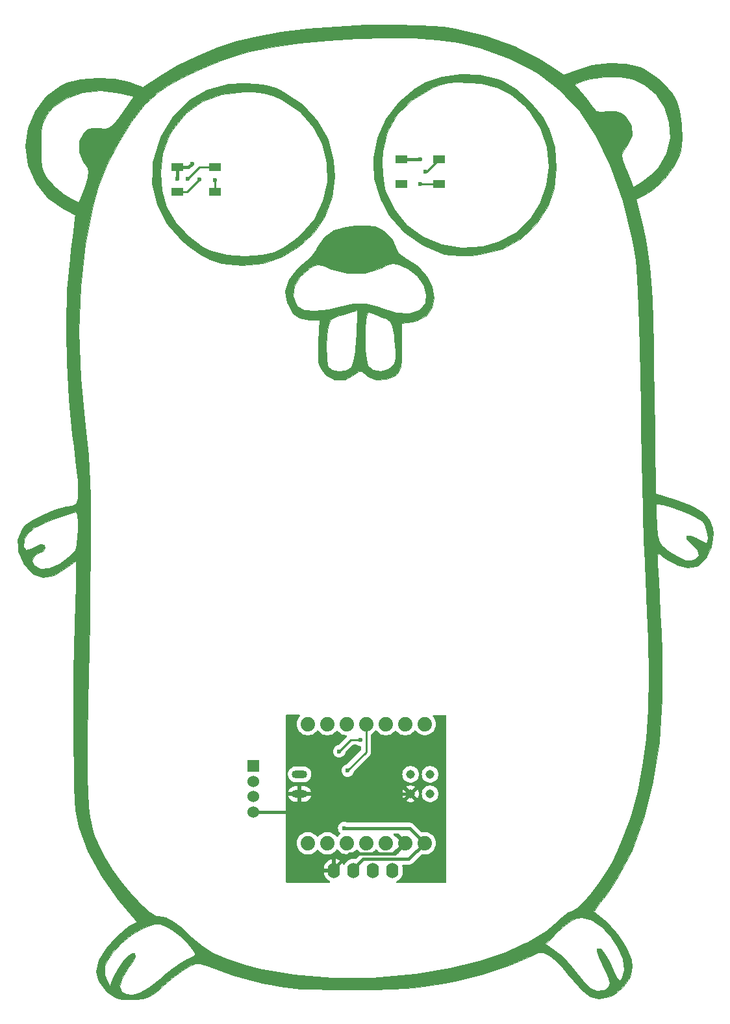
<source format=gbr>
G04 #@! TF.GenerationSoftware,KiCad,Pcbnew,8.0.5-8.0.5-0~ubuntu24.04.1*
G04 #@! TF.CreationDate,2024-09-20T13:42:17+09:00*
G04 #@! TF.ProjectId,gopher_xiao_grove,676f7068-6572-45f7-9869-616f5f67726f,rev?*
G04 #@! TF.SameCoordinates,Original*
G04 #@! TF.FileFunction,Copper,L1,Top*
G04 #@! TF.FilePolarity,Positive*
%FSLAX46Y46*%
G04 Gerber Fmt 4.6, Leading zero omitted, Abs format (unit mm)*
G04 Created by KiCad (PCBNEW 8.0.5-8.0.5-0~ubuntu24.04.1) date 2024-09-20 13:42:17*
%MOMM*%
%LPD*%
G01*
G04 APERTURE LIST*
G04 #@! TA.AperFunction,EtchedComponent*
%ADD10C,0.010000*%
G04 #@! TD*
G04 #@! TA.AperFunction,SMDPad,CuDef*
%ADD11R,1.500000X1.000000*%
G04 #@! TD*
G04 #@! TA.AperFunction,ComponentPad*
%ADD12C,1.879600*%
G04 #@! TD*
G04 #@! TA.AperFunction,SMDPad,CuDef*
%ADD13O,2.032000X1.016000*%
G04 #@! TD*
G04 #@! TA.AperFunction,SMDPad,CuDef*
%ADD14C,1.143000*%
G04 #@! TD*
G04 #@! TA.AperFunction,ComponentPad*
%ADD15O,1.600000X2.000000*%
G04 #@! TD*
G04 #@! TA.AperFunction,ComponentPad*
%ADD16R,1.524000X1.524000*%
G04 #@! TD*
G04 #@! TA.AperFunction,ComponentPad*
%ADD17C,1.524000*%
G04 #@! TD*
G04 #@! TA.AperFunction,ViaPad*
%ADD18C,0.600000*%
G04 #@! TD*
G04 #@! TA.AperFunction,Conductor*
%ADD19C,0.400000*%
G04 #@! TD*
G04 #@! TA.AperFunction,Conductor*
%ADD20C,0.250000*%
G04 #@! TD*
G04 APERTURE END LIST*
D10*
X133891367Y-59398810D02*
X136104211Y-59882439D01*
X136838823Y-60178059D01*
X138758523Y-61364804D01*
X140587772Y-62994471D01*
X142108558Y-64846784D01*
X142971059Y-66373976D01*
X143687105Y-68826992D01*
X143886761Y-71519598D01*
X143573918Y-74187174D01*
X142823312Y-76420187D01*
X141295879Y-78808161D01*
X139264440Y-80696478D01*
X136803328Y-82036765D01*
X133986874Y-82780651D01*
X132873961Y-82894779D01*
X131427210Y-82929020D01*
X130116283Y-82867124D01*
X129321429Y-82743367D01*
X126506984Y-81598951D01*
X124083365Y-79873447D01*
X122134633Y-77639292D01*
X120985006Y-75559614D01*
X120198248Y-72899552D01*
X120106727Y-70767012D01*
X121157143Y-70767012D01*
X121221805Y-72282730D01*
X121389637Y-73691016D01*
X121577552Y-74522348D01*
X122742251Y-76951613D01*
X124426401Y-78952912D01*
X126524978Y-80478878D01*
X128932962Y-81482143D01*
X131545330Y-81915340D01*
X134257061Y-81731103D01*
X136292817Y-81159266D01*
X138598413Y-79922958D01*
X140437644Y-78207752D01*
X141788073Y-76125735D01*
X142627264Y-73788993D01*
X142932779Y-71309613D01*
X142682180Y-68799681D01*
X141853032Y-66371284D01*
X140422896Y-64136509D01*
X139832191Y-63478039D01*
X138133481Y-62010415D01*
X136305401Y-61055025D01*
X134140803Y-60523604D01*
X132533471Y-60368019D01*
X130929340Y-60311239D01*
X129768230Y-60386191D01*
X128772624Y-60635556D01*
X127665005Y-61102017D01*
X127618343Y-61123958D01*
X125078520Y-62655212D01*
X123160992Y-64554759D01*
X121876048Y-66807242D01*
X121233974Y-69397309D01*
X121157143Y-70767012D01*
X120106727Y-70767012D01*
X120082444Y-70201200D01*
X120596438Y-67570250D01*
X121699074Y-65112393D01*
X123349198Y-62933317D01*
X125505655Y-61138715D01*
X126909169Y-60345856D01*
X129025920Y-59635046D01*
X131442628Y-59317855D01*
X133891367Y-59398810D01*
G04 #@! TA.AperFunction,EtchedComponent*
G36*
X133891367Y-59398810D02*
G01*
X136104211Y-59882439D01*
X136838823Y-60178059D01*
X138758523Y-61364804D01*
X140587772Y-62994471D01*
X142108558Y-64846784D01*
X142971059Y-66373976D01*
X143687105Y-68826992D01*
X143886761Y-71519598D01*
X143573918Y-74187174D01*
X142823312Y-76420187D01*
X141295879Y-78808161D01*
X139264440Y-80696478D01*
X136803328Y-82036765D01*
X133986874Y-82780651D01*
X132873961Y-82894779D01*
X131427210Y-82929020D01*
X130116283Y-82867124D01*
X129321429Y-82743367D01*
X126506984Y-81598951D01*
X124083365Y-79873447D01*
X122134633Y-77639292D01*
X120985006Y-75559614D01*
X120198248Y-72899552D01*
X120106727Y-70767012D01*
X121157143Y-70767012D01*
X121221805Y-72282730D01*
X121389637Y-73691016D01*
X121577552Y-74522348D01*
X122742251Y-76951613D01*
X124426401Y-78952912D01*
X126524978Y-80478878D01*
X128932962Y-81482143D01*
X131545330Y-81915340D01*
X134257061Y-81731103D01*
X136292817Y-81159266D01*
X138598413Y-79922958D01*
X140437644Y-78207752D01*
X141788073Y-76125735D01*
X142627264Y-73788993D01*
X142932779Y-71309613D01*
X142682180Y-68799681D01*
X141853032Y-66371284D01*
X140422896Y-64136509D01*
X139832191Y-63478039D01*
X138133481Y-62010415D01*
X136305401Y-61055025D01*
X134140803Y-60523604D01*
X132533471Y-60368019D01*
X130929340Y-60311239D01*
X129768230Y-60386191D01*
X128772624Y-60635556D01*
X127665005Y-61102017D01*
X127618343Y-61123958D01*
X125078520Y-62655212D01*
X123160992Y-64554759D01*
X121876048Y-66807242D01*
X121233974Y-69397309D01*
X121157143Y-70767012D01*
X120106727Y-70767012D01*
X120082444Y-70201200D01*
X120596438Y-67570250D01*
X121699074Y-65112393D01*
X123349198Y-62933317D01*
X125505655Y-61138715D01*
X126909169Y-60345856D01*
X129025920Y-59635046D01*
X131442628Y-59317855D01*
X133891367Y-59398810D01*
G37*
G04 #@! TD.AperFunction*
X104871359Y-60532525D02*
X106130816Y-60720591D01*
X107283558Y-61110994D01*
X108168228Y-61527445D01*
X110738244Y-63191113D01*
X112724673Y-65281812D01*
X114103798Y-67761134D01*
X114851900Y-70590674D01*
X114988572Y-72571409D01*
X114653913Y-75318144D01*
X113710014Y-77805141D01*
X112246990Y-79972173D01*
X110354957Y-81759014D01*
X108124030Y-83105436D01*
X105644326Y-83951212D01*
X103005961Y-84236114D01*
X100299048Y-83899915D01*
X98769582Y-83411089D01*
X97449189Y-82732701D01*
X96004359Y-81758379D01*
X95068571Y-80984910D01*
X93126238Y-78736552D01*
X91843816Y-76238905D01*
X91236012Y-73567507D01*
X91280014Y-72072506D01*
X92287595Y-72072506D01*
X92450736Y-74478542D01*
X93068712Y-76605604D01*
X93127516Y-76733401D01*
X94332483Y-78655593D01*
X95969035Y-80415612D01*
X97810151Y-81792357D01*
X98864879Y-82321167D01*
X100916069Y-82861843D01*
X103273624Y-83043174D01*
X105604265Y-82858698D01*
X107120400Y-82481213D01*
X108332950Y-81890429D01*
X109692024Y-80986504D01*
X110582904Y-80251030D01*
X112350149Y-78161282D01*
X113498088Y-75819691D01*
X114041946Y-73336962D01*
X113996945Y-70823798D01*
X113378307Y-68390903D01*
X112201256Y-66148980D01*
X110481014Y-64208734D01*
X108232805Y-62680868D01*
X108161885Y-62644838D01*
X106910210Y-62081298D01*
X105761546Y-61763564D01*
X104409065Y-61627419D01*
X103197418Y-61605781D01*
X100261778Y-61920373D01*
X97712276Y-62860910D01*
X95565595Y-64417385D01*
X93838417Y-66579790D01*
X93304332Y-67540786D01*
X92573918Y-69666815D01*
X92287595Y-72072506D01*
X91280014Y-72072506D01*
X91317530Y-70797894D01*
X92103076Y-68005606D01*
X92408169Y-67319157D01*
X94011539Y-64710745D01*
X96026050Y-62716276D01*
X98434433Y-61346691D01*
X101219423Y-60612933D01*
X103197418Y-60482071D01*
X104871359Y-60532525D01*
G04 #@! TA.AperFunction,EtchedComponent*
G36*
X104871359Y-60532525D02*
G01*
X106130816Y-60720591D01*
X107283558Y-61110994D01*
X108168228Y-61527445D01*
X110738244Y-63191113D01*
X112724673Y-65281812D01*
X114103798Y-67761134D01*
X114851900Y-70590674D01*
X114988572Y-72571409D01*
X114653913Y-75318144D01*
X113710014Y-77805141D01*
X112246990Y-79972173D01*
X110354957Y-81759014D01*
X108124030Y-83105436D01*
X105644326Y-83951212D01*
X103005961Y-84236114D01*
X100299048Y-83899915D01*
X98769582Y-83411089D01*
X97449189Y-82732701D01*
X96004359Y-81758379D01*
X95068571Y-80984910D01*
X93126238Y-78736552D01*
X91843816Y-76238905D01*
X91236012Y-73567507D01*
X91280014Y-72072506D01*
X92287595Y-72072506D01*
X92450736Y-74478542D01*
X93068712Y-76605604D01*
X93127516Y-76733401D01*
X94332483Y-78655593D01*
X95969035Y-80415612D01*
X97810151Y-81792357D01*
X98864879Y-82321167D01*
X100916069Y-82861843D01*
X103273624Y-83043174D01*
X105604265Y-82858698D01*
X107120400Y-82481213D01*
X108332950Y-81890429D01*
X109692024Y-80986504D01*
X110582904Y-80251030D01*
X112350149Y-78161282D01*
X113498088Y-75819691D01*
X114041946Y-73336962D01*
X113996945Y-70823798D01*
X113378307Y-68390903D01*
X112201256Y-66148980D01*
X110481014Y-64208734D01*
X108232805Y-62680868D01*
X108161885Y-62644838D01*
X106910210Y-62081298D01*
X105761546Y-61763564D01*
X104409065Y-61627419D01*
X103197418Y-61605781D01*
X100261778Y-61920373D01*
X97712276Y-62860910D01*
X95565595Y-64417385D01*
X93838417Y-66579790D01*
X93304332Y-67540786D01*
X92573918Y-69666815D01*
X92287595Y-72072506D01*
X91280014Y-72072506D01*
X91317530Y-70797894D01*
X92103076Y-68005606D01*
X92408169Y-67319157D01*
X94011539Y-64710745D01*
X96026050Y-62716276D01*
X98434433Y-61346691D01*
X101219423Y-60612933D01*
X103197418Y-60482071D01*
X104871359Y-60532525D01*
G37*
G04 #@! TD.AperFunction*
X120202404Y-79120490D02*
X120994554Y-79449667D01*
X121520000Y-79787250D01*
X122557432Y-80792437D01*
X122904251Y-81681185D01*
X123284572Y-82606577D01*
X124207366Y-83271043D01*
X125818282Y-84319028D01*
X126986636Y-85599141D01*
X127699453Y-86994298D01*
X127943758Y-88387413D01*
X127706579Y-89661404D01*
X126974941Y-90699185D01*
X125735870Y-91383674D01*
X125122305Y-91527943D01*
X123697143Y-91762539D01*
X123697143Y-94868618D01*
X123677712Y-96425959D01*
X123593208Y-97416487D01*
X123404315Y-98019978D01*
X123071716Y-98416207D01*
X122890691Y-98556172D01*
X121736619Y-99039565D01*
X120445107Y-99080936D01*
X119329469Y-98688871D01*
X119038304Y-98450606D01*
X118523578Y-97996304D01*
X118103703Y-98027880D01*
X117546677Y-98450606D01*
X116310487Y-99071411D01*
X115003889Y-99069650D01*
X113852386Y-98464399D01*
X113525364Y-98110441D01*
X113121300Y-97491399D01*
X112903184Y-96811012D01*
X112835784Y-95850157D01*
X112870634Y-94791635D01*
X113908632Y-94791635D01*
X113938850Y-96176591D01*
X114059335Y-97208847D01*
X114120251Y-97426214D01*
X114620645Y-97860178D01*
X115493104Y-98011275D01*
X116438118Y-97879769D01*
X117156174Y-97465919D01*
X117192505Y-97423534D01*
X117451371Y-96737730D01*
X117666453Y-95459113D01*
X117802477Y-93866563D01*
X118966520Y-93866563D01*
X119012990Y-95229983D01*
X119128888Y-96406028D01*
X119316281Y-97208309D01*
X119355624Y-97294556D01*
X120006222Y-97850406D01*
X120975352Y-98008204D01*
X121959357Y-97754435D01*
X122401225Y-97430084D01*
X122747618Y-96954205D01*
X122920299Y-96312441D01*
X122933721Y-95330748D01*
X122802335Y-93835080D01*
X122743062Y-93313298D01*
X122568286Y-92168297D01*
X122283820Y-91524486D01*
X121732210Y-91137616D01*
X121204073Y-90925950D01*
X120226279Y-90564100D01*
X119511186Y-90296516D01*
X119433572Y-90266953D01*
X119223004Y-90515964D01*
X119073595Y-91323163D01*
X118987411Y-92502160D01*
X118966520Y-93866563D01*
X117802477Y-93866563D01*
X117813145Y-93741669D01*
X117828216Y-93445259D01*
X117985420Y-90060508D01*
X117121996Y-90312481D01*
X116060325Y-90597380D01*
X115298512Y-90781136D01*
X114505157Y-91201377D01*
X114119808Y-92123201D01*
X114119227Y-92126188D01*
X113968739Y-93344620D01*
X113908632Y-94791635D01*
X112870634Y-94791635D01*
X112883867Y-94389708D01*
X112894735Y-94188382D01*
X113054273Y-91293529D01*
X111726102Y-91293529D01*
X110380180Y-91019781D01*
X109614548Y-90435130D01*
X108769329Y-89038289D01*
X108666199Y-88167061D01*
X109567631Y-88167061D01*
X110005427Y-89314531D01*
X110146239Y-89489852D01*
X111050607Y-90004364D01*
X112455109Y-90163176D01*
X114219994Y-89963018D01*
X115565903Y-89616690D01*
X117460122Y-89168173D01*
X119072491Y-89164593D01*
X120711247Y-89616023D01*
X121157143Y-89799411D01*
X123039808Y-90386472D01*
X124714522Y-90471522D01*
X126030323Y-90049560D01*
X126156405Y-89964995D01*
X126818315Y-89096457D01*
X126931900Y-87972589D01*
X126554196Y-86750083D01*
X125742236Y-85585633D01*
X124553056Y-84635933D01*
X124137845Y-84419370D01*
X123216060Y-84024279D01*
X122563164Y-83930774D01*
X121844626Y-84150314D01*
X121066900Y-84524559D01*
X118969399Y-85183268D01*
X116713696Y-85235151D01*
X114568833Y-84677254D01*
X114392062Y-84597798D01*
X113436581Y-84183987D01*
X112821265Y-84090725D01*
X112232106Y-84315126D01*
X111803699Y-84573999D01*
X110512332Y-85661655D01*
X109751788Y-86904389D01*
X109567631Y-88167061D01*
X108666199Y-88167061D01*
X108590308Y-87525956D01*
X109054548Y-86016830D01*
X110139113Y-84629609D01*
X110846289Y-84060705D01*
X111839551Y-83169817D01*
X112639658Y-82126219D01*
X112747352Y-81928751D01*
X113668579Y-80546247D01*
X114888527Y-79653797D01*
X116551980Y-79168815D01*
X117812314Y-79039661D01*
X119231730Y-79001983D01*
X120202404Y-79120490D01*
G04 #@! TA.AperFunction,EtchedComponent*
G36*
X120202404Y-79120490D02*
G01*
X120994554Y-79449667D01*
X121520000Y-79787250D01*
X122557432Y-80792437D01*
X122904251Y-81681185D01*
X123284572Y-82606577D01*
X124207366Y-83271043D01*
X125818282Y-84319028D01*
X126986636Y-85599141D01*
X127699453Y-86994298D01*
X127943758Y-88387413D01*
X127706579Y-89661404D01*
X126974941Y-90699185D01*
X125735870Y-91383674D01*
X125122305Y-91527943D01*
X123697143Y-91762539D01*
X123697143Y-94868618D01*
X123677712Y-96425959D01*
X123593208Y-97416487D01*
X123404315Y-98019978D01*
X123071716Y-98416207D01*
X122890691Y-98556172D01*
X121736619Y-99039565D01*
X120445107Y-99080936D01*
X119329469Y-98688871D01*
X119038304Y-98450606D01*
X118523578Y-97996304D01*
X118103703Y-98027880D01*
X117546677Y-98450606D01*
X116310487Y-99071411D01*
X115003889Y-99069650D01*
X113852386Y-98464399D01*
X113525364Y-98110441D01*
X113121300Y-97491399D01*
X112903184Y-96811012D01*
X112835784Y-95850157D01*
X112870634Y-94791635D01*
X113908632Y-94791635D01*
X113938850Y-96176591D01*
X114059335Y-97208847D01*
X114120251Y-97426214D01*
X114620645Y-97860178D01*
X115493104Y-98011275D01*
X116438118Y-97879769D01*
X117156174Y-97465919D01*
X117192505Y-97423534D01*
X117451371Y-96737730D01*
X117666453Y-95459113D01*
X117802477Y-93866563D01*
X118966520Y-93866563D01*
X119012990Y-95229983D01*
X119128888Y-96406028D01*
X119316281Y-97208309D01*
X119355624Y-97294556D01*
X120006222Y-97850406D01*
X120975352Y-98008204D01*
X121959357Y-97754435D01*
X122401225Y-97430084D01*
X122747618Y-96954205D01*
X122920299Y-96312441D01*
X122933721Y-95330748D01*
X122802335Y-93835080D01*
X122743062Y-93313298D01*
X122568286Y-92168297D01*
X122283820Y-91524486D01*
X121732210Y-91137616D01*
X121204073Y-90925950D01*
X120226279Y-90564100D01*
X119511186Y-90296516D01*
X119433572Y-90266953D01*
X119223004Y-90515964D01*
X119073595Y-91323163D01*
X118987411Y-92502160D01*
X118966520Y-93866563D01*
X117802477Y-93866563D01*
X117813145Y-93741669D01*
X117828216Y-93445259D01*
X117985420Y-90060508D01*
X117121996Y-90312481D01*
X116060325Y-90597380D01*
X115298512Y-90781136D01*
X114505157Y-91201377D01*
X114119808Y-92123201D01*
X114119227Y-92126188D01*
X113968739Y-93344620D01*
X113908632Y-94791635D01*
X112870634Y-94791635D01*
X112883867Y-94389708D01*
X112894735Y-94188382D01*
X113054273Y-91293529D01*
X111726102Y-91293529D01*
X110380180Y-91019781D01*
X109614548Y-90435130D01*
X108769329Y-89038289D01*
X108666199Y-88167061D01*
X109567631Y-88167061D01*
X110005427Y-89314531D01*
X110146239Y-89489852D01*
X111050607Y-90004364D01*
X112455109Y-90163176D01*
X114219994Y-89963018D01*
X115565903Y-89616690D01*
X117460122Y-89168173D01*
X119072491Y-89164593D01*
X120711247Y-89616023D01*
X121157143Y-89799411D01*
X123039808Y-90386472D01*
X124714522Y-90471522D01*
X126030323Y-90049560D01*
X126156405Y-89964995D01*
X126818315Y-89096457D01*
X126931900Y-87972589D01*
X126554196Y-86750083D01*
X125742236Y-85585633D01*
X124553056Y-84635933D01*
X124137845Y-84419370D01*
X123216060Y-84024279D01*
X122563164Y-83930774D01*
X121844626Y-84150314D01*
X121066900Y-84524559D01*
X118969399Y-85183268D01*
X116713696Y-85235151D01*
X114568833Y-84677254D01*
X114392062Y-84597798D01*
X113436581Y-84183987D01*
X112821265Y-84090725D01*
X112232106Y-84315126D01*
X111803699Y-84573999D01*
X110512332Y-85661655D01*
X109751788Y-86904389D01*
X109567631Y-88167061D01*
X108666199Y-88167061D01*
X108590308Y-87525956D01*
X109054548Y-86016830D01*
X110139113Y-84629609D01*
X110846289Y-84060705D01*
X111839551Y-83169817D01*
X112639658Y-82126219D01*
X112747352Y-81928751D01*
X113668579Y-80546247D01*
X114888527Y-79653797D01*
X116551980Y-79168815D01*
X117812314Y-79039661D01*
X119231730Y-79001983D01*
X120202404Y-79120490D01*
G37*
G04 #@! TD.AperFunction*
X126149317Y-52914845D02*
X129110958Y-53147204D01*
X130634612Y-53368256D01*
X134631753Y-54318945D01*
X138407981Y-55663845D01*
X141782220Y-57331145D01*
X143630451Y-58522215D01*
X144876616Y-59419437D01*
X146714737Y-58671375D01*
X148643572Y-58124059D01*
X150793404Y-57893346D01*
X152911696Y-57978840D01*
X154745913Y-58380141D01*
X155451899Y-58685156D01*
X157362196Y-60015174D01*
X158899348Y-61682350D01*
X159520013Y-62693887D01*
X159962628Y-64054304D01*
X160222308Y-65824544D01*
X160278273Y-67686258D01*
X160109743Y-69321098D01*
X159984530Y-69810372D01*
X159218244Y-71359847D01*
X157999789Y-72928908D01*
X156551229Y-74260779D01*
X155611240Y-74867337D01*
X154274406Y-75569398D01*
X154778238Y-77548375D01*
X155196072Y-79269599D01*
X155541205Y-80910031D01*
X155821707Y-82568383D01*
X156045644Y-84343364D01*
X156221085Y-86333687D01*
X156356097Y-88638061D01*
X156458747Y-91355199D01*
X156537104Y-94583810D01*
X156599235Y-98422606D01*
X156620617Y-100090537D01*
X156788740Y-113930193D01*
X159497587Y-114795792D01*
X161569105Y-115563193D01*
X163000666Y-116369537D01*
X163877137Y-117290734D01*
X164283388Y-118402692D01*
X164337143Y-119124404D01*
X164088018Y-120858807D01*
X163407515Y-122313001D01*
X162395948Y-123292303D01*
X162116342Y-123434491D01*
X161011770Y-123558966D01*
X159655088Y-123217919D01*
X158291043Y-122490343D01*
X157678135Y-122002077D01*
X157369606Y-121747055D01*
X157178309Y-121737661D01*
X157088305Y-122084412D01*
X157083654Y-122897829D01*
X157148420Y-124288428D01*
X157204720Y-125284705D01*
X157306572Y-127175187D01*
X157423595Y-129529602D01*
X157542230Y-132065411D01*
X157648917Y-134500075D01*
X157661835Y-134809705D01*
X157695405Y-140669691D01*
X157308842Y-146216556D01*
X156516407Y-151389120D01*
X155332367Y-156126199D01*
X153770985Y-160366614D01*
X151846526Y-164049181D01*
X150344373Y-166195142D01*
X149551700Y-167225678D01*
X148998899Y-168000158D01*
X148791214Y-168370049D01*
X148795552Y-168381020D01*
X150457867Y-169684246D01*
X151905601Y-171275651D01*
X153019569Y-172983938D01*
X153680583Y-174637811D01*
X153810881Y-175589134D01*
X153485436Y-176930769D01*
X152614260Y-178191610D01*
X151366400Y-179161654D01*
X150696786Y-179457754D01*
X149481938Y-179678635D01*
X148364747Y-179413813D01*
X147226233Y-178600470D01*
X145947415Y-177175782D01*
X145649860Y-176792990D01*
X144669867Y-175618464D01*
X143695176Y-174629211D01*
X142929726Y-174031331D01*
X142902244Y-174016278D01*
X142154178Y-173689405D01*
X141519936Y-173700930D01*
X140657594Y-174071521D01*
X140481178Y-174162615D01*
X137705868Y-175388400D01*
X134373242Y-176487320D01*
X130648035Y-177407444D01*
X129400301Y-177655577D01*
X127667074Y-177956373D01*
X126029457Y-178178003D01*
X124323067Y-178331808D01*
X122383516Y-178429128D01*
X120046421Y-178481306D01*
X117165715Y-178499651D01*
X114448729Y-178495569D01*
X112311274Y-178465906D01*
X110607306Y-178399800D01*
X109190782Y-178286392D01*
X107915658Y-178114823D01*
X106635892Y-177874233D01*
X105563101Y-177636881D01*
X103686343Y-177163587D01*
X101793071Y-176617621D01*
X100170352Y-176084527D01*
X99509891Y-175833052D01*
X98283607Y-175347294D01*
X97486183Y-175129622D01*
X96877232Y-175159214D01*
X96216364Y-175415246D01*
X95983339Y-175527578D01*
X95059382Y-176094583D01*
X93866147Y-176980565D01*
X92671864Y-177985084D01*
X91583888Y-178932624D01*
X90783005Y-179481313D01*
X90023601Y-179739629D01*
X89060064Y-179816048D01*
X88517259Y-179820000D01*
X87213810Y-179765889D01*
X86340781Y-179539433D01*
X85606659Y-179044446D01*
X85293443Y-178756297D01*
X84256153Y-177445670D01*
X84019149Y-176525465D01*
X85027599Y-176525465D01*
X85247724Y-177231140D01*
X85685726Y-178073627D01*
X86131185Y-176985784D01*
X86688792Y-175902811D01*
X87393464Y-174898567D01*
X88108263Y-174128043D01*
X88696248Y-173746231D01*
X88955351Y-173789331D01*
X88973682Y-174320888D01*
X88435254Y-175260814D01*
X88190647Y-175586750D01*
X87280641Y-176984580D01*
X86961894Y-178068085D01*
X87238888Y-178799679D01*
X87774286Y-179078188D01*
X88669763Y-179175379D01*
X89614544Y-178928214D01*
X90743335Y-178272687D01*
X92190838Y-177144789D01*
X92631384Y-176770250D01*
X93824811Y-175805612D01*
X94939929Y-175010635D01*
X95761380Y-174537153D01*
X95847858Y-174502560D01*
X96556025Y-174172907D01*
X96830610Y-173900371D01*
X96538236Y-173318684D01*
X95833472Y-172489526D01*
X94900688Y-171590539D01*
X93924250Y-170799365D01*
X93088529Y-170293645D01*
X93086315Y-170292691D01*
X92251273Y-169981436D01*
X91574534Y-169935358D01*
X90753226Y-170176086D01*
X89953604Y-170516415D01*
X88599442Y-171310994D01*
X87243410Y-172427340D01*
X86068768Y-173681011D01*
X85258774Y-174887561D01*
X85034299Y-175467543D01*
X85027599Y-176525465D01*
X84019149Y-176525465D01*
X83917384Y-176130351D01*
X84255390Y-174714292D01*
X84338238Y-174537436D01*
X85267123Y-173056840D01*
X86502519Y-171626936D01*
X87797790Y-170519289D01*
X88229782Y-170252513D01*
X89229564Y-169713471D01*
X86836939Y-166829235D01*
X84566157Y-163701966D01*
X82823722Y-160467485D01*
X81669920Y-157252018D01*
X81251514Y-155134361D01*
X81147376Y-153872315D01*
X81064156Y-151980756D01*
X81002108Y-149576926D01*
X80961485Y-146778068D01*
X80942539Y-143701424D01*
X80945522Y-140464238D01*
X80970688Y-137183751D01*
X81018290Y-133977207D01*
X81088580Y-130961848D01*
X81181811Y-128254916D01*
X81192993Y-127992170D01*
X81267807Y-126095898D01*
X81316418Y-124497721D01*
X81335937Y-123329841D01*
X81323475Y-122724461D01*
X81309361Y-122669376D01*
X80976968Y-122873392D01*
X80288865Y-123381379D01*
X80039361Y-123574741D01*
X78420426Y-124569173D01*
X76995254Y-124849488D01*
X75737750Y-124413518D01*
X74621820Y-123259098D01*
X74525494Y-123116941D01*
X73757333Y-121465731D01*
X73721837Y-120894251D01*
X74454805Y-120894251D01*
X74759135Y-121320595D01*
X75451591Y-121127640D01*
X75639405Y-121009414D01*
X76610026Y-120496966D01*
X77139122Y-120570523D01*
X77251429Y-120989117D01*
X76983804Y-121484854D01*
X76751573Y-121549411D01*
X76115656Y-121812932D01*
X75800000Y-122109705D01*
X75531204Y-122707555D01*
X75800000Y-123230294D01*
X76644198Y-123735173D01*
X77810168Y-123663309D01*
X79182021Y-123033876D01*
X79853935Y-122559536D01*
X80691244Y-121870681D01*
X81170107Y-121289534D01*
X81403206Y-120565207D01*
X81503223Y-119446814D01*
X81531579Y-118824242D01*
X81541562Y-117567472D01*
X81465005Y-116668625D01*
X81318449Y-116320058D01*
X81316242Y-116320000D01*
X80722635Y-116450361D01*
X79684376Y-116786081D01*
X78426265Y-117244112D01*
X77173105Y-117741404D01*
X76149695Y-118194910D01*
X75901601Y-118320326D01*
X75028197Y-119037303D01*
X74561415Y-119872667D01*
X74454805Y-120894251D01*
X73721837Y-120894251D01*
X73660899Y-119913181D01*
X74234458Y-118540776D01*
X74632695Y-118078532D01*
X75580398Y-117396979D01*
X76972573Y-116682753D01*
X78541885Y-116048715D01*
X80020993Y-115607725D01*
X80788926Y-115479589D01*
X81156735Y-115377005D01*
X81412677Y-115085493D01*
X81556964Y-114521089D01*
X81589804Y-113599833D01*
X81511408Y-112237761D01*
X81321986Y-110350910D01*
X81021748Y-107855318D01*
X80812101Y-106213300D01*
X80339978Y-101605163D01*
X80071445Y-96798142D01*
X80019220Y-92855108D01*
X81655149Y-92855108D01*
X81846616Y-98848033D01*
X82370326Y-104247809D01*
X82569979Y-105858139D01*
X82738266Y-107402259D01*
X82876338Y-108951128D01*
X82985346Y-110575705D01*
X83066439Y-112346948D01*
X83120769Y-114335816D01*
X83149487Y-116613269D01*
X83153743Y-119250263D01*
X83134687Y-122317759D01*
X83093470Y-125886715D01*
X83031243Y-130028090D01*
X82949156Y-134812842D01*
X82905260Y-137237647D01*
X82828449Y-141564401D01*
X82774226Y-145218824D01*
X82749349Y-148275468D01*
X82760578Y-150808882D01*
X82814672Y-152893618D01*
X82918390Y-154604226D01*
X83078491Y-156015256D01*
X83301734Y-157201259D01*
X83594879Y-158236787D01*
X83964684Y-159196388D01*
X84417909Y-160154615D01*
X84961312Y-161186017D01*
X85099675Y-161441270D01*
X86040570Y-162973509D01*
X87194232Y-164553848D01*
X88448800Y-166060218D01*
X89692414Y-167370549D01*
X90813212Y-168362771D01*
X91699334Y-168914816D01*
X92014950Y-168987647D01*
X92964139Y-169121439D01*
X93935521Y-169583671D01*
X95077677Y-170465628D01*
X96301429Y-171621086D01*
X97644153Y-172785857D01*
X99165803Y-173739921D01*
X101016287Y-174553493D01*
X103345513Y-175296792D01*
X105153003Y-175767149D01*
X109677730Y-176593445D01*
X114667487Y-176992480D01*
X119989191Y-176960081D01*
X125509756Y-176492073D01*
X126055715Y-176422713D01*
X130093218Y-175743448D01*
X133860863Y-174812975D01*
X137260386Y-173667397D01*
X139568270Y-172625178D01*
X142507821Y-172625178D01*
X143716053Y-173395704D01*
X144601108Y-174122846D01*
X145628025Y-175198047D01*
X146329102Y-176066137D01*
X147462198Y-177487824D01*
X148376549Y-178328647D01*
X149198912Y-178664707D01*
X150056039Y-178572106D01*
X150337466Y-178472683D01*
X150760058Y-178187894D01*
X150861025Y-177696316D01*
X150623274Y-176857516D01*
X150029716Y-175531056D01*
X149962510Y-175391736D01*
X149488261Y-174308340D01*
X149230760Y-173507603D01*
X149228027Y-173210756D01*
X149664576Y-173203444D01*
X150249636Y-173827016D01*
X150917416Y-174998613D01*
X151268905Y-175781087D01*
X151773828Y-176864046D01*
X152131367Y-177300120D01*
X152391689Y-177170061D01*
X152741175Y-175956591D01*
X152557260Y-174526832D01*
X151943145Y-173023169D01*
X151002030Y-171587985D01*
X149837114Y-170363664D01*
X148551599Y-169492592D01*
X147248685Y-169117152D01*
X146590898Y-169166779D01*
X145792582Y-169554175D01*
X144779596Y-170317284D01*
X144048436Y-171009236D01*
X142507821Y-172625178D01*
X139568270Y-172625178D01*
X140193527Y-172342818D01*
X142562022Y-170875342D01*
X143655934Y-169956029D01*
X144637873Y-169081745D01*
X145473144Y-168463782D01*
X145963687Y-168240588D01*
X146546083Y-167946151D01*
X147401507Y-167152297D01*
X148418510Y-165993213D01*
X149485645Y-164603083D01*
X150491462Y-163116094D01*
X151151242Y-161994678D01*
X151844981Y-160552684D01*
X152613864Y-158695168D01*
X153336028Y-156725610D01*
X153642290Y-155791144D01*
X154495833Y-152679717D01*
X155148931Y-149412769D01*
X155607991Y-145896134D01*
X155879422Y-142035645D01*
X155969629Y-137737135D01*
X155885021Y-132906438D01*
X155632005Y-127449387D01*
X155603649Y-126965588D01*
X155518453Y-125254548D01*
X155426186Y-122907041D01*
X155329974Y-120033584D01*
X155232944Y-116744695D01*
X155204615Y-115669836D01*
X156867245Y-115669836D01*
X156897444Y-116615607D01*
X156980889Y-117901966D01*
X156984666Y-117950339D01*
X157108295Y-119309507D01*
X157292255Y-120156831D01*
X157654956Y-120725128D01*
X158314807Y-121247216D01*
X158836917Y-121592251D01*
X159993859Y-122296251D01*
X160798268Y-122610458D01*
X161475789Y-122596578D01*
X161948895Y-122443271D01*
X162468216Y-121978247D01*
X162333454Y-121309766D01*
X161561953Y-120517866D01*
X161525664Y-120490422D01*
X160874515Y-119838892D01*
X160857591Y-119449055D01*
X161398234Y-119432333D01*
X162067753Y-119702485D01*
X162861516Y-120110828D01*
X163339286Y-120354583D01*
X163591618Y-120227159D01*
X163635244Y-119633339D01*
X163505565Y-118810256D01*
X163237986Y-117995042D01*
X162907597Y-117463113D01*
X162346964Y-117098420D01*
X161362469Y-116636019D01*
X160148942Y-116147118D01*
X158901215Y-115702922D01*
X157814119Y-115374639D01*
X157082484Y-115233476D01*
X156896887Y-115266320D01*
X156867245Y-115669836D01*
X155204615Y-115669836D01*
X155138223Y-113150891D01*
X155048939Y-109362691D01*
X154968218Y-105490612D01*
X154916696Y-102686176D01*
X154841839Y-98480128D01*
X154772331Y-94944522D01*
X154704331Y-92002800D01*
X154633997Y-89578404D01*
X154557488Y-87594777D01*
X154470962Y-85975361D01*
X154370578Y-84643599D01*
X154252494Y-83522933D01*
X154112869Y-82536806D01*
X153947861Y-81608660D01*
X153829609Y-81021470D01*
X152549263Y-75826801D01*
X150991869Y-71296843D01*
X149122579Y-67392084D01*
X146906545Y-64073009D01*
X144308921Y-61300104D01*
X143431551Y-60640416D01*
X146207600Y-60640416D01*
X147152158Y-61679472D01*
X147944881Y-62617733D01*
X148598956Y-63498319D01*
X148637247Y-63556748D01*
X149110351Y-64094939D01*
X149746071Y-64253205D01*
X150604239Y-64160157D01*
X151675846Y-64086864D01*
X152439246Y-64378075D01*
X152922493Y-64787785D01*
X153665338Y-65950329D01*
X153729800Y-67259622D01*
X153110063Y-68581783D01*
X153088572Y-68610160D01*
X152627845Y-69247277D01*
X152430384Y-69763732D01*
X152499442Y-70388555D01*
X152838272Y-71350780D01*
X153138147Y-72100220D01*
X153913436Y-74025761D01*
X155129697Y-73287043D01*
X156228566Y-72462943D01*
X157214814Y-71484905D01*
X157247721Y-71445120D01*
X158295382Y-69635584D01*
X158743636Y-67635368D01*
X158635712Y-65589135D01*
X158014840Y-63641547D01*
X156924248Y-61937266D01*
X155407167Y-60620956D01*
X153801132Y-59911418D01*
X152146195Y-59659934D01*
X150201385Y-59667392D01*
X148326927Y-59915695D01*
X147198800Y-60243105D01*
X146207600Y-60640416D01*
X143431551Y-60640416D01*
X141294859Y-59033855D01*
X137829512Y-57234749D01*
X133878033Y-55863272D01*
X131044287Y-55184838D01*
X128432890Y-54805720D01*
X125277381Y-54594552D01*
X121738756Y-54542527D01*
X117978012Y-54640835D01*
X114156145Y-54880671D01*
X110434150Y-55253225D01*
X106973024Y-55749689D01*
X103933764Y-56361257D01*
X102488203Y-56747102D01*
X100156390Y-57540592D01*
X97710179Y-58540208D01*
X95359990Y-59647530D01*
X93316245Y-60764140D01*
X91920202Y-61690043D01*
X90213267Y-63303280D01*
X88494024Y-65494637D01*
X86855342Y-68103060D01*
X85390091Y-70967498D01*
X84191141Y-73926900D01*
X83459063Y-76363090D01*
X82467863Y-81446404D01*
X81864394Y-86999154D01*
X81655149Y-92855108D01*
X80019220Y-92855108D01*
X80007958Y-92004847D01*
X80150973Y-87437886D01*
X80501947Y-83309868D01*
X80647543Y-82192113D01*
X80883534Y-80469756D01*
X81060784Y-79042864D01*
X81162334Y-78058322D01*
X81171224Y-77663017D01*
X81170529Y-77662291D01*
X80810161Y-77450987D01*
X80022364Y-77027488D01*
X79558274Y-76784679D01*
X77587565Y-75362765D01*
X76060723Y-73444325D01*
X75070976Y-71184959D01*
X74711549Y-68740266D01*
X74711429Y-68695000D01*
X76707143Y-68695000D01*
X76731155Y-70267245D01*
X76838888Y-71325680D01*
X77083884Y-72102904D01*
X77519689Y-72831518D01*
X77724476Y-73114408D01*
X78533069Y-73989577D01*
X79591886Y-74867579D01*
X80665490Y-75576740D01*
X81518440Y-75945386D01*
X81630163Y-75962315D01*
X81840130Y-75646525D01*
X82172341Y-74811665D01*
X82467364Y-73917129D01*
X82809311Y-72739783D01*
X82916212Y-72018026D01*
X82778419Y-71497334D01*
X82386287Y-70923184D01*
X82352201Y-70878520D01*
X81704151Y-69500767D01*
X81736843Y-68059378D01*
X82199705Y-67054419D01*
X82718117Y-66490429D01*
X83403675Y-66299065D01*
X84286134Y-66349005D01*
X85083409Y-66407332D01*
X85652778Y-66282684D01*
X86179186Y-65853323D01*
X86847582Y-64997507D01*
X87295143Y-64368345D01*
X88811714Y-62220117D01*
X86995923Y-61771704D01*
X84491895Y-61440175D01*
X82114199Y-61666284D01*
X79998715Y-62412705D01*
X78281325Y-63642110D01*
X77684518Y-64329518D01*
X77188844Y-65076607D01*
X76895333Y-65814162D01*
X76752451Y-66772360D01*
X76708664Y-68181381D01*
X76707143Y-68695000D01*
X74711429Y-68695000D01*
X75043329Y-66315128D01*
X75972211Y-64105681D01*
X77397847Y-62221577D01*
X79220007Y-60817730D01*
X80070232Y-60412246D01*
X81885770Y-59948594D01*
X84056828Y-59776340D01*
X86270353Y-59896316D01*
X88213295Y-60309355D01*
X88444133Y-60389961D01*
X90021123Y-60974984D01*
X92174283Y-59542399D01*
X94401328Y-58237225D01*
X97084702Y-56943756D01*
X99962352Y-55779621D01*
X102288572Y-55002438D01*
X104878242Y-54372816D01*
X108015745Y-53837815D01*
X111536182Y-53406940D01*
X115274656Y-53089700D01*
X119066269Y-52895599D01*
X122746122Y-52834145D01*
X126149317Y-52914845D01*
G04 #@! TA.AperFunction,EtchedComponent*
G36*
X126149317Y-52914845D02*
G01*
X129110958Y-53147204D01*
X130634612Y-53368256D01*
X134631753Y-54318945D01*
X138407981Y-55663845D01*
X141782220Y-57331145D01*
X143630451Y-58522215D01*
X144876616Y-59419437D01*
X146714737Y-58671375D01*
X148643572Y-58124059D01*
X150793404Y-57893346D01*
X152911696Y-57978840D01*
X154745913Y-58380141D01*
X155451899Y-58685156D01*
X157362196Y-60015174D01*
X158899348Y-61682350D01*
X159520013Y-62693887D01*
X159962628Y-64054304D01*
X160222308Y-65824544D01*
X160278273Y-67686258D01*
X160109743Y-69321098D01*
X159984530Y-69810372D01*
X159218244Y-71359847D01*
X157999789Y-72928908D01*
X156551229Y-74260779D01*
X155611240Y-74867337D01*
X154274406Y-75569398D01*
X154778238Y-77548375D01*
X155196072Y-79269599D01*
X155541205Y-80910031D01*
X155821707Y-82568383D01*
X156045644Y-84343364D01*
X156221085Y-86333687D01*
X156356097Y-88638061D01*
X156458747Y-91355199D01*
X156537104Y-94583810D01*
X156599235Y-98422606D01*
X156620617Y-100090537D01*
X156788740Y-113930193D01*
X159497587Y-114795792D01*
X161569105Y-115563193D01*
X163000666Y-116369537D01*
X163877137Y-117290734D01*
X164283388Y-118402692D01*
X164337143Y-119124404D01*
X164088018Y-120858807D01*
X163407515Y-122313001D01*
X162395948Y-123292303D01*
X162116342Y-123434491D01*
X161011770Y-123558966D01*
X159655088Y-123217919D01*
X158291043Y-122490343D01*
X157678135Y-122002077D01*
X157369606Y-121747055D01*
X157178309Y-121737661D01*
X157088305Y-122084412D01*
X157083654Y-122897829D01*
X157148420Y-124288428D01*
X157204720Y-125284705D01*
X157306572Y-127175187D01*
X157423595Y-129529602D01*
X157542230Y-132065411D01*
X157648917Y-134500075D01*
X157661835Y-134809705D01*
X157695405Y-140669691D01*
X157308842Y-146216556D01*
X156516407Y-151389120D01*
X155332367Y-156126199D01*
X153770985Y-160366614D01*
X151846526Y-164049181D01*
X150344373Y-166195142D01*
X149551700Y-167225678D01*
X148998899Y-168000158D01*
X148791214Y-168370049D01*
X148795552Y-168381020D01*
X150457867Y-169684246D01*
X151905601Y-171275651D01*
X153019569Y-172983938D01*
X153680583Y-174637811D01*
X153810881Y-175589134D01*
X153485436Y-176930769D01*
X152614260Y-178191610D01*
X151366400Y-179161654D01*
X150696786Y-179457754D01*
X149481938Y-179678635D01*
X148364747Y-179413813D01*
X147226233Y-178600470D01*
X145947415Y-177175782D01*
X145649860Y-176792990D01*
X144669867Y-175618464D01*
X143695176Y-174629211D01*
X142929726Y-174031331D01*
X142902244Y-174016278D01*
X142154178Y-173689405D01*
X141519936Y-173700930D01*
X140657594Y-174071521D01*
X140481178Y-174162615D01*
X137705868Y-175388400D01*
X134373242Y-176487320D01*
X130648035Y-177407444D01*
X129400301Y-177655577D01*
X127667074Y-177956373D01*
X126029457Y-178178003D01*
X124323067Y-178331808D01*
X122383516Y-178429128D01*
X120046421Y-178481306D01*
X117165715Y-178499651D01*
X114448729Y-178495569D01*
X112311274Y-178465906D01*
X110607306Y-178399800D01*
X109190782Y-178286392D01*
X107915658Y-178114823D01*
X106635892Y-177874233D01*
X105563101Y-177636881D01*
X103686343Y-177163587D01*
X101793071Y-176617621D01*
X100170352Y-176084527D01*
X99509891Y-175833052D01*
X98283607Y-175347294D01*
X97486183Y-175129622D01*
X96877232Y-175159214D01*
X96216364Y-175415246D01*
X95983339Y-175527578D01*
X95059382Y-176094583D01*
X93866147Y-176980565D01*
X92671864Y-177985084D01*
X91583888Y-178932624D01*
X90783005Y-179481313D01*
X90023601Y-179739629D01*
X89060064Y-179816048D01*
X88517259Y-179820000D01*
X87213810Y-179765889D01*
X86340781Y-179539433D01*
X85606659Y-179044446D01*
X85293443Y-178756297D01*
X84256153Y-177445670D01*
X84019149Y-176525465D01*
X85027599Y-176525465D01*
X85247724Y-177231140D01*
X85685726Y-178073627D01*
X86131185Y-176985784D01*
X86688792Y-175902811D01*
X87393464Y-174898567D01*
X88108263Y-174128043D01*
X88696248Y-173746231D01*
X88955351Y-173789331D01*
X88973682Y-174320888D01*
X88435254Y-175260814D01*
X88190647Y-175586750D01*
X87280641Y-176984580D01*
X86961894Y-178068085D01*
X87238888Y-178799679D01*
X87774286Y-179078188D01*
X88669763Y-179175379D01*
X89614544Y-178928214D01*
X90743335Y-178272687D01*
X92190838Y-177144789D01*
X92631384Y-176770250D01*
X93824811Y-175805612D01*
X94939929Y-175010635D01*
X95761380Y-174537153D01*
X95847858Y-174502560D01*
X96556025Y-174172907D01*
X96830610Y-173900371D01*
X96538236Y-173318684D01*
X95833472Y-172489526D01*
X94900688Y-171590539D01*
X93924250Y-170799365D01*
X93088529Y-170293645D01*
X93086315Y-170292691D01*
X92251273Y-169981436D01*
X91574534Y-169935358D01*
X90753226Y-170176086D01*
X89953604Y-170516415D01*
X88599442Y-171310994D01*
X87243410Y-172427340D01*
X86068768Y-173681011D01*
X85258774Y-174887561D01*
X85034299Y-175467543D01*
X85027599Y-176525465D01*
X84019149Y-176525465D01*
X83917384Y-176130351D01*
X84255390Y-174714292D01*
X84338238Y-174537436D01*
X85267123Y-173056840D01*
X86502519Y-171626936D01*
X87797790Y-170519289D01*
X88229782Y-170252513D01*
X89229564Y-169713471D01*
X86836939Y-166829235D01*
X84566157Y-163701966D01*
X82823722Y-160467485D01*
X81669920Y-157252018D01*
X81251514Y-155134361D01*
X81147376Y-153872315D01*
X81064156Y-151980756D01*
X81002108Y-149576926D01*
X80961485Y-146778068D01*
X80942539Y-143701424D01*
X80945522Y-140464238D01*
X80970688Y-137183751D01*
X81018290Y-133977207D01*
X81088580Y-130961848D01*
X81181811Y-128254916D01*
X81192993Y-127992170D01*
X81267807Y-126095898D01*
X81316418Y-124497721D01*
X81335937Y-123329841D01*
X81323475Y-122724461D01*
X81309361Y-122669376D01*
X80976968Y-122873392D01*
X80288865Y-123381379D01*
X80039361Y-123574741D01*
X78420426Y-124569173D01*
X76995254Y-124849488D01*
X75737750Y-124413518D01*
X74621820Y-123259098D01*
X74525494Y-123116941D01*
X73757333Y-121465731D01*
X73721837Y-120894251D01*
X74454805Y-120894251D01*
X74759135Y-121320595D01*
X75451591Y-121127640D01*
X75639405Y-121009414D01*
X76610026Y-120496966D01*
X77139122Y-120570523D01*
X77251429Y-120989117D01*
X76983804Y-121484854D01*
X76751573Y-121549411D01*
X76115656Y-121812932D01*
X75800000Y-122109705D01*
X75531204Y-122707555D01*
X75800000Y-123230294D01*
X76644198Y-123735173D01*
X77810168Y-123663309D01*
X79182021Y-123033876D01*
X79853935Y-122559536D01*
X80691244Y-121870681D01*
X81170107Y-121289534D01*
X81403206Y-120565207D01*
X81503223Y-119446814D01*
X81531579Y-118824242D01*
X81541562Y-117567472D01*
X81465005Y-116668625D01*
X81318449Y-116320058D01*
X81316242Y-116320000D01*
X80722635Y-116450361D01*
X79684376Y-116786081D01*
X78426265Y-117244112D01*
X77173105Y-117741404D01*
X76149695Y-118194910D01*
X75901601Y-118320326D01*
X75028197Y-119037303D01*
X74561415Y-119872667D01*
X74454805Y-120894251D01*
X73721837Y-120894251D01*
X73660899Y-119913181D01*
X74234458Y-118540776D01*
X74632695Y-118078532D01*
X75580398Y-117396979D01*
X76972573Y-116682753D01*
X78541885Y-116048715D01*
X80020993Y-115607725D01*
X80788926Y-115479589D01*
X81156735Y-115377005D01*
X81412677Y-115085493D01*
X81556964Y-114521089D01*
X81589804Y-113599833D01*
X81511408Y-112237761D01*
X81321986Y-110350910D01*
X81021748Y-107855318D01*
X80812101Y-106213300D01*
X80339978Y-101605163D01*
X80071445Y-96798142D01*
X80019220Y-92855108D01*
X81655149Y-92855108D01*
X81846616Y-98848033D01*
X82370326Y-104247809D01*
X82569979Y-105858139D01*
X82738266Y-107402259D01*
X82876338Y-108951128D01*
X82985346Y-110575705D01*
X83066439Y-112346948D01*
X83120769Y-114335816D01*
X83149487Y-116613269D01*
X83153743Y-119250263D01*
X83134687Y-122317759D01*
X83093470Y-125886715D01*
X83031243Y-130028090D01*
X82949156Y-134812842D01*
X82905260Y-137237647D01*
X82828449Y-141564401D01*
X82774226Y-145218824D01*
X82749349Y-148275468D01*
X82760578Y-150808882D01*
X82814672Y-152893618D01*
X82918390Y-154604226D01*
X83078491Y-156015256D01*
X83301734Y-157201259D01*
X83594879Y-158236787D01*
X83964684Y-159196388D01*
X84417909Y-160154615D01*
X84961312Y-161186017D01*
X85099675Y-161441270D01*
X86040570Y-162973509D01*
X87194232Y-164553848D01*
X88448800Y-166060218D01*
X89692414Y-167370549D01*
X90813212Y-168362771D01*
X91699334Y-168914816D01*
X92014950Y-168987647D01*
X92964139Y-169121439D01*
X93935521Y-169583671D01*
X95077677Y-170465628D01*
X96301429Y-171621086D01*
X97644153Y-172785857D01*
X99165803Y-173739921D01*
X101016287Y-174553493D01*
X103345513Y-175296792D01*
X105153003Y-175767149D01*
X109677730Y-176593445D01*
X114667487Y-176992480D01*
X119989191Y-176960081D01*
X125509756Y-176492073D01*
X126055715Y-176422713D01*
X130093218Y-175743448D01*
X133860863Y-174812975D01*
X137260386Y-173667397D01*
X139568270Y-172625178D01*
X142507821Y-172625178D01*
X143716053Y-173395704D01*
X144601108Y-174122846D01*
X145628025Y-175198047D01*
X146329102Y-176066137D01*
X147462198Y-177487824D01*
X148376549Y-178328647D01*
X149198912Y-178664707D01*
X150056039Y-178572106D01*
X150337466Y-178472683D01*
X150760058Y-178187894D01*
X150861025Y-177696316D01*
X150623274Y-176857516D01*
X150029716Y-175531056D01*
X149962510Y-175391736D01*
X149488261Y-174308340D01*
X149230760Y-173507603D01*
X149228027Y-173210756D01*
X149664576Y-173203444D01*
X150249636Y-173827016D01*
X150917416Y-174998613D01*
X151268905Y-175781087D01*
X151773828Y-176864046D01*
X152131367Y-177300120D01*
X152391689Y-177170061D01*
X152741175Y-175956591D01*
X152557260Y-174526832D01*
X151943145Y-173023169D01*
X151002030Y-171587985D01*
X149837114Y-170363664D01*
X148551599Y-169492592D01*
X147248685Y-169117152D01*
X146590898Y-169166779D01*
X145792582Y-169554175D01*
X144779596Y-170317284D01*
X144048436Y-171009236D01*
X142507821Y-172625178D01*
X139568270Y-172625178D01*
X140193527Y-172342818D01*
X142562022Y-170875342D01*
X143655934Y-169956029D01*
X144637873Y-169081745D01*
X145473144Y-168463782D01*
X145963687Y-168240588D01*
X146546083Y-167946151D01*
X147401507Y-167152297D01*
X148418510Y-165993213D01*
X149485645Y-164603083D01*
X150491462Y-163116094D01*
X151151242Y-161994678D01*
X151844981Y-160552684D01*
X152613864Y-158695168D01*
X153336028Y-156725610D01*
X153642290Y-155791144D01*
X154495833Y-152679717D01*
X155148931Y-149412769D01*
X155607991Y-145896134D01*
X155879422Y-142035645D01*
X155969629Y-137737135D01*
X155885021Y-132906438D01*
X155632005Y-127449387D01*
X155603649Y-126965588D01*
X155518453Y-125254548D01*
X155426186Y-122907041D01*
X155329974Y-120033584D01*
X155232944Y-116744695D01*
X155204615Y-115669836D01*
X156867245Y-115669836D01*
X156897444Y-116615607D01*
X156980889Y-117901966D01*
X156984666Y-117950339D01*
X157108295Y-119309507D01*
X157292255Y-120156831D01*
X157654956Y-120725128D01*
X158314807Y-121247216D01*
X158836917Y-121592251D01*
X159993859Y-122296251D01*
X160798268Y-122610458D01*
X161475789Y-122596578D01*
X161948895Y-122443271D01*
X162468216Y-121978247D01*
X162333454Y-121309766D01*
X161561953Y-120517866D01*
X161525664Y-120490422D01*
X160874515Y-119838892D01*
X160857591Y-119449055D01*
X161398234Y-119432333D01*
X162067753Y-119702485D01*
X162861516Y-120110828D01*
X163339286Y-120354583D01*
X163591618Y-120227159D01*
X163635244Y-119633339D01*
X163505565Y-118810256D01*
X163237986Y-117995042D01*
X162907597Y-117463113D01*
X162346964Y-117098420D01*
X161362469Y-116636019D01*
X160148942Y-116147118D01*
X158901215Y-115702922D01*
X157814119Y-115374639D01*
X157082484Y-115233476D01*
X156896887Y-115266320D01*
X156867245Y-115669836D01*
X155204615Y-115669836D01*
X155138223Y-113150891D01*
X155048939Y-109362691D01*
X154968218Y-105490612D01*
X154916696Y-102686176D01*
X154841839Y-98480128D01*
X154772331Y-94944522D01*
X154704331Y-92002800D01*
X154633997Y-89578404D01*
X154557488Y-87594777D01*
X154470962Y-85975361D01*
X154370578Y-84643599D01*
X154252494Y-83522933D01*
X154112869Y-82536806D01*
X153947861Y-81608660D01*
X153829609Y-81021470D01*
X152549263Y-75826801D01*
X150991869Y-71296843D01*
X149122579Y-67392084D01*
X146906545Y-64073009D01*
X144308921Y-61300104D01*
X143431551Y-60640416D01*
X146207600Y-60640416D01*
X147152158Y-61679472D01*
X147944881Y-62617733D01*
X148598956Y-63498319D01*
X148637247Y-63556748D01*
X149110351Y-64094939D01*
X149746071Y-64253205D01*
X150604239Y-64160157D01*
X151675846Y-64086864D01*
X152439246Y-64378075D01*
X152922493Y-64787785D01*
X153665338Y-65950329D01*
X153729800Y-67259622D01*
X153110063Y-68581783D01*
X153088572Y-68610160D01*
X152627845Y-69247277D01*
X152430384Y-69763732D01*
X152499442Y-70388555D01*
X152838272Y-71350780D01*
X153138147Y-72100220D01*
X153913436Y-74025761D01*
X155129697Y-73287043D01*
X156228566Y-72462943D01*
X157214814Y-71484905D01*
X157247721Y-71445120D01*
X158295382Y-69635584D01*
X158743636Y-67635368D01*
X158635712Y-65589135D01*
X158014840Y-63641547D01*
X156924248Y-61937266D01*
X155407167Y-60620956D01*
X153801132Y-59911418D01*
X152146195Y-59659934D01*
X150201385Y-59667392D01*
X148326927Y-59915695D01*
X147198800Y-60243105D01*
X146207600Y-60640416D01*
X143431551Y-60640416D01*
X141294859Y-59033855D01*
X137829512Y-57234749D01*
X133878033Y-55863272D01*
X131044287Y-55184838D01*
X128432890Y-54805720D01*
X125277381Y-54594552D01*
X121738756Y-54542527D01*
X117978012Y-54640835D01*
X114156145Y-54880671D01*
X110434150Y-55253225D01*
X106973024Y-55749689D01*
X103933764Y-56361257D01*
X102488203Y-56747102D01*
X100156390Y-57540592D01*
X97710179Y-58540208D01*
X95359990Y-59647530D01*
X93316245Y-60764140D01*
X91920202Y-61690043D01*
X90213267Y-63303280D01*
X88494024Y-65494637D01*
X86855342Y-68103060D01*
X85390091Y-70967498D01*
X84191141Y-73926900D01*
X83459063Y-76363090D01*
X82467863Y-81446404D01*
X81864394Y-86999154D01*
X81655149Y-92855108D01*
X80019220Y-92855108D01*
X80007958Y-92004847D01*
X80150973Y-87437886D01*
X80501947Y-83309868D01*
X80647543Y-82192113D01*
X80883534Y-80469756D01*
X81060784Y-79042864D01*
X81162334Y-78058322D01*
X81171224Y-77663017D01*
X81170529Y-77662291D01*
X80810161Y-77450987D01*
X80022364Y-77027488D01*
X79558274Y-76784679D01*
X77587565Y-75362765D01*
X76060723Y-73444325D01*
X75070976Y-71184959D01*
X74711549Y-68740266D01*
X74711429Y-68695000D01*
X76707143Y-68695000D01*
X76731155Y-70267245D01*
X76838888Y-71325680D01*
X77083884Y-72102904D01*
X77519689Y-72831518D01*
X77724476Y-73114408D01*
X78533069Y-73989577D01*
X79591886Y-74867579D01*
X80665490Y-75576740D01*
X81518440Y-75945386D01*
X81630163Y-75962315D01*
X81840130Y-75646525D01*
X82172341Y-74811665D01*
X82467364Y-73917129D01*
X82809311Y-72739783D01*
X82916212Y-72018026D01*
X82778419Y-71497334D01*
X82386287Y-70923184D01*
X82352201Y-70878520D01*
X81704151Y-69500767D01*
X81736843Y-68059378D01*
X82199705Y-67054419D01*
X82718117Y-66490429D01*
X83403675Y-66299065D01*
X84286134Y-66349005D01*
X85083409Y-66407332D01*
X85652778Y-66282684D01*
X86179186Y-65853323D01*
X86847582Y-64997507D01*
X87295143Y-64368345D01*
X88811714Y-62220117D01*
X86995923Y-61771704D01*
X84491895Y-61440175D01*
X82114199Y-61666284D01*
X79998715Y-62412705D01*
X78281325Y-63642110D01*
X77684518Y-64329518D01*
X77188844Y-65076607D01*
X76895333Y-65814162D01*
X76752451Y-66772360D01*
X76708664Y-68181381D01*
X76707143Y-68695000D01*
X74711429Y-68695000D01*
X75043329Y-66315128D01*
X75972211Y-64105681D01*
X77397847Y-62221577D01*
X79220007Y-60817730D01*
X80070232Y-60412246D01*
X81885770Y-59948594D01*
X84056828Y-59776340D01*
X86270353Y-59896316D01*
X88213295Y-60309355D01*
X88444133Y-60389961D01*
X90021123Y-60974984D01*
X92174283Y-59542399D01*
X94401328Y-58237225D01*
X97084702Y-56943756D01*
X99962352Y-55779621D01*
X102288572Y-55002438D01*
X104878242Y-54372816D01*
X108015745Y-53837815D01*
X111536182Y-53406940D01*
X115274656Y-53089700D01*
X119066269Y-52895599D01*
X122746122Y-52834145D01*
X126149317Y-52914845D01*
G37*
G04 #@! TD.AperFunction*
D11*
X94488000Y-71437500D03*
X94488000Y-74637500D03*
X99388000Y-74637500D03*
X99388000Y-71437500D03*
X123751000Y-70409000D03*
X123751000Y-73609000D03*
X128651000Y-73609000D03*
X128651000Y-70409000D03*
D12*
X126758500Y-143946100D03*
X124218500Y-143956100D03*
X121688500Y-143956100D03*
X119128500Y-143956100D03*
X116598500Y-143956100D03*
X114068500Y-143956100D03*
X111518500Y-143956100D03*
X111518500Y-159456100D03*
X114058500Y-159456100D03*
X116608500Y-159446100D03*
X119138500Y-159446100D03*
X121688500Y-159456100D03*
X124228500Y-159456100D03*
X126758500Y-159456100D03*
D13*
X110448500Y-150486100D03*
X110448500Y-153036100D03*
D14*
X127452687Y-150484903D03*
X127452687Y-153024903D03*
X124912687Y-150484903D03*
X124912687Y-153024903D03*
D15*
X114947200Y-162996300D03*
X117487200Y-162996300D03*
X120027200Y-162996300D03*
X122567200Y-162996300D03*
D16*
X104400000Y-149400000D03*
D17*
X104400000Y-151400000D03*
X104400000Y-153400000D03*
X104400000Y-155400000D03*
D18*
X99390200Y-73063100D03*
X122435620Y-153022300D03*
X126174500Y-73609200D03*
X94488000Y-72961500D03*
X126136400Y-70408800D03*
X96431100Y-70980300D03*
X116258340Y-157480000D03*
X95859600Y-72961500D03*
X126885700Y-72034400D03*
X97409000Y-72999600D03*
X118400000Y-146000000D03*
X115600000Y-147500000D03*
X116700000Y-150000000D03*
D19*
X114947200Y-162996300D02*
X114947200Y-162796300D01*
X122421820Y-153036100D02*
X122435620Y-153022300D01*
X115800000Y-153036100D02*
X122421820Y-153036100D01*
X124912687Y-153024903D02*
X122438223Y-153024903D01*
D20*
X99388000Y-74637500D02*
X99388000Y-73065300D01*
D19*
X122438223Y-153024903D02*
X122435620Y-153022300D01*
X110448500Y-153036100D02*
X115800000Y-153036100D01*
X114947200Y-162796300D02*
X116947599Y-160795901D01*
X123288701Y-160395899D02*
X124228500Y-159456100D01*
X113436100Y-155400000D02*
X115800000Y-153036100D01*
D20*
X126174700Y-73609000D02*
X126174500Y-73609200D01*
X99388000Y-73065300D02*
X99390200Y-73063100D01*
D19*
X104400000Y-155400000D02*
X113436100Y-155400000D01*
D20*
X128651000Y-73609000D02*
X126174700Y-73609000D01*
D19*
X116947599Y-160795901D02*
X122888699Y-160795901D01*
X122888699Y-160795901D02*
X123288701Y-160395899D01*
X116258340Y-157480000D02*
X124782400Y-157480000D01*
X123751200Y-70408800D02*
X123751000Y-70409000D01*
X118752200Y-161531300D02*
X124683300Y-161531300D01*
X126136400Y-70408800D02*
X123751200Y-70408800D01*
X94488000Y-71437500D02*
X94488000Y-72961500D01*
X117487200Y-162796300D02*
X118752200Y-161531300D01*
X95973900Y-71437500D02*
X96431100Y-70980300D01*
X117487200Y-162996300D02*
X117487200Y-162796300D01*
X94488000Y-71437500D02*
X95973900Y-71437500D01*
X124782400Y-157480000D02*
X126758500Y-159456100D01*
X124683300Y-161531300D02*
X126758500Y-159456100D01*
D20*
X97383600Y-71437500D02*
X95859600Y-72961500D01*
X99388000Y-71437500D02*
X97383600Y-71437500D01*
X95771100Y-74637500D02*
X97409000Y-72999600D01*
X126885700Y-72034400D02*
X127025600Y-72034400D01*
X127025600Y-72034400D02*
X128651000Y-70409000D01*
X94488000Y-74637500D02*
X95771100Y-74637500D01*
X115600000Y-147500000D02*
X117100000Y-146000000D01*
X117100000Y-146000000D02*
X118400000Y-146000000D01*
X119128500Y-147571500D02*
X119128500Y-143956100D01*
X116700000Y-150000000D02*
X119128500Y-147571500D01*
G04 #@! TA.AperFunction,Conductor*
G36*
X110384766Y-142737392D02*
G01*
X110452859Y-142757477D01*
X110499287Y-142811189D01*
X110509306Y-142881475D01*
X110479734Y-142946020D01*
X110477312Y-142948729D01*
X110371673Y-143063484D01*
X110371671Y-143063486D01*
X110371671Y-143063487D01*
X110307616Y-143161530D01*
X110240392Y-143264423D01*
X110143977Y-143484228D01*
X110143976Y-143484229D01*
X110085058Y-143716893D01*
X110085057Y-143716899D01*
X110085057Y-143716901D01*
X110065236Y-143956100D01*
X110084228Y-144185299D01*
X110085058Y-144195306D01*
X110143976Y-144427970D01*
X110143977Y-144427971D01*
X110143978Y-144427974D01*
X110240392Y-144647777D01*
X110371671Y-144848713D01*
X110371674Y-144848717D01*
X110371676Y-144848719D01*
X110525025Y-145015301D01*
X110534231Y-145025301D01*
X110723640Y-145172724D01*
X110934731Y-145286960D01*
X111161745Y-145364895D01*
X111398490Y-145404400D01*
X111398494Y-145404400D01*
X111638506Y-145404400D01*
X111638510Y-145404400D01*
X111875255Y-145364895D01*
X112102269Y-145286960D01*
X112313360Y-145172724D01*
X112502769Y-145025301D01*
X112665329Y-144848713D01*
X112688019Y-144813982D01*
X112742021Y-144767897D01*
X112812369Y-144758322D01*
X112876726Y-144788300D01*
X112898978Y-144813979D01*
X112921671Y-144848713D01*
X112921674Y-144848717D01*
X112921676Y-144848719D01*
X113075025Y-145015301D01*
X113084231Y-145025301D01*
X113273640Y-145172724D01*
X113484731Y-145286960D01*
X113711745Y-145364895D01*
X113948490Y-145404400D01*
X113948494Y-145404400D01*
X114188506Y-145404400D01*
X114188510Y-145404400D01*
X114425255Y-145364895D01*
X114652269Y-145286960D01*
X114863360Y-145172724D01*
X115052769Y-145025301D01*
X115215329Y-144848713D01*
X115228019Y-144829288D01*
X115282021Y-144783203D01*
X115352369Y-144773628D01*
X115416726Y-144803606D01*
X115438978Y-144829285D01*
X115451671Y-144848713D01*
X115451674Y-144848717D01*
X115451676Y-144848719D01*
X115605025Y-145015301D01*
X115614231Y-145025301D01*
X115803640Y-145172724D01*
X116014731Y-145286960D01*
X116241745Y-145364895D01*
X116478490Y-145404400D01*
X116478494Y-145404400D01*
X116495506Y-145404400D01*
X116563627Y-145424402D01*
X116610120Y-145478058D01*
X116620224Y-145548332D01*
X116590730Y-145612912D01*
X116584615Y-145619480D01*
X115570595Y-146633500D01*
X115538439Y-146665656D01*
X115476127Y-146699681D01*
X115463456Y-146701767D01*
X115418960Y-146706782D01*
X115418947Y-146706784D01*
X115246984Y-146766957D01*
X115246981Y-146766958D01*
X115092720Y-146863887D01*
X115092718Y-146863888D01*
X114963888Y-146992718D01*
X114963887Y-146992720D01*
X114866958Y-147146981D01*
X114866957Y-147146984D01*
X114828495Y-147256904D01*
X114806783Y-147318953D01*
X114786384Y-147500000D01*
X114806783Y-147681047D01*
X114806783Y-147681049D01*
X114806784Y-147681050D01*
X114866957Y-147853015D01*
X114866958Y-147853018D01*
X114963887Y-148007279D01*
X114963888Y-148007281D01*
X115092718Y-148136111D01*
X115092720Y-148136112D01*
X115246981Y-148233041D01*
X115246982Y-148233041D01*
X115246985Y-148233043D01*
X115418953Y-148293217D01*
X115600000Y-148313616D01*
X115781047Y-148293217D01*
X115953015Y-148233043D01*
X116107281Y-148136111D01*
X116236111Y-148007281D01*
X116333043Y-147853015D01*
X116393217Y-147681047D01*
X116398230Y-147636548D01*
X116425732Y-147571097D01*
X116434333Y-147561569D01*
X117325500Y-146670404D01*
X117387812Y-146636379D01*
X117414595Y-146633500D01*
X117852263Y-146633500D01*
X117919299Y-146652813D01*
X118005194Y-146706784D01*
X118046985Y-146733043D01*
X118218953Y-146793217D01*
X118383110Y-146811713D01*
X118448560Y-146839216D01*
X118488753Y-146897739D01*
X118495000Y-146936920D01*
X118495000Y-147256904D01*
X118474998Y-147325025D01*
X118458095Y-147345999D01*
X116638438Y-149165656D01*
X116576126Y-149199682D01*
X116563453Y-149201768D01*
X116518961Y-149206781D01*
X116518947Y-149206784D01*
X116346984Y-149266957D01*
X116346981Y-149266958D01*
X116192720Y-149363887D01*
X116192718Y-149363888D01*
X116063888Y-149492718D01*
X116063887Y-149492720D01*
X115966958Y-149646981D01*
X115966957Y-149646984D01*
X115929442Y-149754198D01*
X115906783Y-149818953D01*
X115886384Y-150000000D01*
X115906783Y-150181047D01*
X115906783Y-150181049D01*
X115906784Y-150181050D01*
X115966957Y-150353015D01*
X115966958Y-150353018D01*
X116063887Y-150507279D01*
X116063888Y-150507281D01*
X116192718Y-150636111D01*
X116192720Y-150636112D01*
X116346981Y-150733041D01*
X116346982Y-150733041D01*
X116346985Y-150733043D01*
X116518953Y-150793217D01*
X116700000Y-150813616D01*
X116881047Y-150793217D01*
X117053015Y-150733043D01*
X117207281Y-150636111D01*
X117336111Y-150507281D01*
X117350175Y-150484898D01*
X123828060Y-150484898D01*
X123828060Y-150484907D01*
X123846527Y-150684197D01*
X123846527Y-150684201D01*
X123901301Y-150876714D01*
X123901304Y-150876720D01*
X123990515Y-151055881D01*
X123990519Y-151055886D01*
X124111134Y-151215607D01*
X124111137Y-151215609D01*
X124111138Y-151215611D01*
X124177014Y-151275665D01*
X124259053Y-151350454D01*
X124259054Y-151350455D01*
X124429215Y-151455814D01*
X124429218Y-151455815D01*
X124429227Y-151455821D01*
X124615860Y-151528123D01*
X124615865Y-151528125D01*
X124812610Y-151564903D01*
X124812612Y-151564903D01*
X125012762Y-151564903D01*
X125012764Y-151564903D01*
X125209509Y-151528125D01*
X125396147Y-151455821D01*
X125566321Y-151350454D01*
X125714236Y-151215611D01*
X125834855Y-151055886D01*
X125834856Y-151055882D01*
X125834858Y-151055881D01*
X125879463Y-150966300D01*
X125924072Y-150876715D01*
X125978846Y-150684203D01*
X125989926Y-150564623D01*
X125997314Y-150484907D01*
X125997314Y-150484898D01*
X126368060Y-150484898D01*
X126368060Y-150484907D01*
X126386527Y-150684197D01*
X126386527Y-150684201D01*
X126441301Y-150876714D01*
X126441304Y-150876720D01*
X126530515Y-151055881D01*
X126530519Y-151055886D01*
X126651134Y-151215607D01*
X126651137Y-151215609D01*
X126651138Y-151215611D01*
X126717014Y-151275665D01*
X126799053Y-151350454D01*
X126799054Y-151350455D01*
X126969215Y-151455814D01*
X126969218Y-151455815D01*
X126969227Y-151455821D01*
X127155860Y-151528123D01*
X127155865Y-151528125D01*
X127352610Y-151564903D01*
X127352612Y-151564903D01*
X127552762Y-151564903D01*
X127552764Y-151564903D01*
X127749509Y-151528125D01*
X127936147Y-151455821D01*
X128106321Y-151350454D01*
X128254236Y-151215611D01*
X128374855Y-151055886D01*
X128374856Y-151055882D01*
X128374858Y-151055881D01*
X128419463Y-150966300D01*
X128464072Y-150876715D01*
X128518846Y-150684203D01*
X128529926Y-150564623D01*
X128537314Y-150484907D01*
X128537314Y-150484898D01*
X128518846Y-150285608D01*
X128518846Y-150285604D01*
X128464072Y-150093091D01*
X128464069Y-150093085D01*
X128374858Y-149913924D01*
X128374854Y-149913919D01*
X128254239Y-149754198D01*
X128106320Y-149619351D01*
X128106319Y-149619350D01*
X127936158Y-149513991D01*
X127936151Y-149513987D01*
X127936147Y-149513985D01*
X127881256Y-149492720D01*
X127749513Y-149441682D01*
X127749514Y-149441682D01*
X127749509Y-149441681D01*
X127552764Y-149404903D01*
X127352610Y-149404903D01*
X127204145Y-149432655D01*
X127155859Y-149441682D01*
X126969231Y-149513983D01*
X126969215Y-149513991D01*
X126799054Y-149619350D01*
X126799053Y-149619351D01*
X126651134Y-149754198D01*
X126530519Y-149913919D01*
X126530515Y-149913924D01*
X126441304Y-150093085D01*
X126441301Y-150093091D01*
X126386527Y-150285604D01*
X126386527Y-150285608D01*
X126368060Y-150484898D01*
X125997314Y-150484898D01*
X125978846Y-150285608D01*
X125978846Y-150285604D01*
X125924072Y-150093091D01*
X125924069Y-150093085D01*
X125834858Y-149913924D01*
X125834854Y-149913919D01*
X125714239Y-149754198D01*
X125566320Y-149619351D01*
X125566319Y-149619350D01*
X125396158Y-149513991D01*
X125396151Y-149513987D01*
X125396147Y-149513985D01*
X125341256Y-149492720D01*
X125209513Y-149441682D01*
X125209514Y-149441682D01*
X125209509Y-149441681D01*
X125012764Y-149404903D01*
X124812610Y-149404903D01*
X124664145Y-149432655D01*
X124615859Y-149441682D01*
X124429231Y-149513983D01*
X124429215Y-149513991D01*
X124259054Y-149619350D01*
X124259053Y-149619351D01*
X124111134Y-149754198D01*
X123990519Y-149913919D01*
X123990515Y-149913924D01*
X123901304Y-150093085D01*
X123901301Y-150093091D01*
X123846527Y-150285604D01*
X123846527Y-150285608D01*
X123828060Y-150484898D01*
X117350175Y-150484898D01*
X117433043Y-150353015D01*
X117493217Y-150181047D01*
X117498230Y-150136548D01*
X117525732Y-150071097D01*
X117534324Y-150061579D01*
X119620572Y-147975333D01*
X119689901Y-147871575D01*
X119737655Y-147756284D01*
X119762000Y-147633893D01*
X119762000Y-147509106D01*
X119762000Y-145335126D01*
X119782002Y-145267005D01*
X119828028Y-145224314D01*
X119923360Y-145172724D01*
X120112769Y-145025301D01*
X120275329Y-144848713D01*
X120303019Y-144806329D01*
X120357021Y-144760244D01*
X120427369Y-144750669D01*
X120491726Y-144780647D01*
X120513978Y-144806326D01*
X120541671Y-144848713D01*
X120541674Y-144848717D01*
X120541676Y-144848719D01*
X120695025Y-145015301D01*
X120704231Y-145025301D01*
X120893640Y-145172724D01*
X121104731Y-145286960D01*
X121331745Y-145364895D01*
X121568490Y-145404400D01*
X121568494Y-145404400D01*
X121808506Y-145404400D01*
X121808510Y-145404400D01*
X122045255Y-145364895D01*
X122272269Y-145286960D01*
X122483360Y-145172724D01*
X122672769Y-145025301D01*
X122835329Y-144848713D01*
X122848019Y-144829288D01*
X122902021Y-144783203D01*
X122972369Y-144773628D01*
X123036726Y-144803606D01*
X123058978Y-144829285D01*
X123071671Y-144848713D01*
X123071674Y-144848717D01*
X123071676Y-144848719D01*
X123225025Y-145015301D01*
X123234231Y-145025301D01*
X123423640Y-145172724D01*
X123634731Y-145286960D01*
X123861745Y-145364895D01*
X124098490Y-145404400D01*
X124098494Y-145404400D01*
X124338506Y-145404400D01*
X124338510Y-145404400D01*
X124575255Y-145364895D01*
X124802269Y-145286960D01*
X125013360Y-145172724D01*
X125202769Y-145025301D01*
X125365329Y-144848713D01*
X125386283Y-144816639D01*
X125440285Y-144770552D01*
X125510633Y-144760975D01*
X125574990Y-144790952D01*
X125597247Y-144816637D01*
X125611666Y-144838706D01*
X125611677Y-144838720D01*
X125620877Y-144848714D01*
X125774231Y-145015301D01*
X125963640Y-145162724D01*
X126174731Y-145276960D01*
X126401745Y-145354895D01*
X126638490Y-145394400D01*
X126638494Y-145394400D01*
X126878506Y-145394400D01*
X126878510Y-145394400D01*
X127115255Y-145354895D01*
X127342269Y-145276960D01*
X127553360Y-145162724D01*
X127742769Y-145015301D01*
X127905329Y-144838713D01*
X128036608Y-144637777D01*
X128133022Y-144417974D01*
X128191943Y-144185299D01*
X128211764Y-143946100D01*
X128191943Y-143706901D01*
X128135555Y-143484228D01*
X128133023Y-143474229D01*
X128133022Y-143474228D01*
X128133022Y-143474226D01*
X128036608Y-143254423D01*
X127905329Y-143053487D01*
X127828495Y-142970023D01*
X127797076Y-142906359D01*
X127805063Y-142835813D01*
X127849922Y-142780784D01*
X127917411Y-142758744D01*
X127921276Y-142758688D01*
X129464778Y-142760562D01*
X129532873Y-142780647D01*
X129578058Y-142832921D01*
X129571739Y-153713626D01*
X129571738Y-153714438D01*
X129571738Y-153714512D01*
X129565473Y-164503966D01*
X129545431Y-164572075D01*
X129491749Y-164618537D01*
X129439698Y-164629794D01*
X123169573Y-164614566D01*
X123114739Y-164598357D01*
X123068344Y-164544616D01*
X123058368Y-164474324D01*
X123087979Y-164409797D01*
X123125846Y-164380218D01*
X123253003Y-164315429D01*
X123419630Y-164194368D01*
X123565268Y-164048730D01*
X123686329Y-163882103D01*
X123779834Y-163698590D01*
X123843480Y-163502708D01*
X123875700Y-163299281D01*
X123875700Y-162693319D01*
X123843480Y-162489892D01*
X123815810Y-162404735D01*
X123813783Y-162333769D01*
X123850446Y-162272971D01*
X123914158Y-162241646D01*
X123935644Y-162239800D01*
X124753077Y-162239800D01*
X124753082Y-162239800D01*
X124821521Y-162226186D01*
X124889962Y-162212573D01*
X124927727Y-162196930D01*
X125018901Y-162159165D01*
X125134943Y-162081628D01*
X126312976Y-160903593D01*
X126375285Y-160869571D01*
X126422803Y-160868409D01*
X126638490Y-160904400D01*
X126638494Y-160904400D01*
X126878506Y-160904400D01*
X126878510Y-160904400D01*
X127115255Y-160864895D01*
X127342269Y-160786960D01*
X127553360Y-160672724D01*
X127742769Y-160525301D01*
X127905329Y-160348713D01*
X128036608Y-160147777D01*
X128133022Y-159927974D01*
X128191943Y-159695299D01*
X128211764Y-159456100D01*
X128191943Y-159216901D01*
X128153091Y-159063478D01*
X128133023Y-158984229D01*
X128133022Y-158984228D01*
X128133022Y-158984226D01*
X128036608Y-158764423D01*
X127905329Y-158563487D01*
X127905324Y-158563481D01*
X127905323Y-158563480D01*
X127742774Y-158386904D01*
X127742772Y-158386902D01*
X127742769Y-158386899D01*
X127553360Y-158239476D01*
X127342269Y-158125240D01*
X127342266Y-158125239D01*
X127342265Y-158125238D01*
X127115259Y-158047306D01*
X127115250Y-158047304D01*
X127068174Y-158039448D01*
X126878510Y-158007800D01*
X126638490Y-158007800D01*
X126525595Y-158026638D01*
X126422806Y-158043790D01*
X126352322Y-158035272D01*
X126312975Y-158008605D01*
X125234043Y-156929672D01*
X125118001Y-156852135D01*
X125026827Y-156814369D01*
X125026826Y-156814368D01*
X124989069Y-156798729D01*
X124989063Y-156798727D01*
X124989062Y-156798727D01*
X124920621Y-156785113D01*
X124920620Y-156785112D01*
X124852187Y-156771500D01*
X124852182Y-156771500D01*
X124852181Y-156771500D01*
X116686715Y-156771500D01*
X116619677Y-156752186D01*
X116611355Y-156746957D01*
X116439390Y-156686784D01*
X116439389Y-156686783D01*
X116439387Y-156686783D01*
X116258340Y-156666384D01*
X116077293Y-156686783D01*
X116077290Y-156686783D01*
X116077289Y-156686784D01*
X115905324Y-156746957D01*
X115905321Y-156746958D01*
X115751060Y-156843887D01*
X115751058Y-156843888D01*
X115622228Y-156972718D01*
X115622227Y-156972720D01*
X115525298Y-157126981D01*
X115525297Y-157126984D01*
X115525297Y-157126985D01*
X115465123Y-157298953D01*
X115444724Y-157480000D01*
X115465123Y-157661047D01*
X115465123Y-157661049D01*
X115465124Y-157661050D01*
X115525297Y-157833015D01*
X115525298Y-157833018D01*
X115622227Y-157987279D01*
X115622228Y-157987281D01*
X115741305Y-158106358D01*
X115775331Y-158168670D01*
X115770266Y-158239485D01*
X115729602Y-158294884D01*
X115624232Y-158376898D01*
X115624225Y-158376904D01*
X115461677Y-158553479D01*
X115461673Y-158553484D01*
X115461671Y-158553487D01*
X115435715Y-158593216D01*
X115381710Y-158639303D01*
X115311362Y-158648877D01*
X115247005Y-158618898D01*
X115224751Y-158593215D01*
X115205329Y-158563487D01*
X115205326Y-158563484D01*
X115205325Y-158563482D01*
X115205324Y-158563481D01*
X115042774Y-158386904D01*
X115042772Y-158386902D01*
X115042769Y-158386899D01*
X114853360Y-158239476D01*
X114642269Y-158125240D01*
X114642266Y-158125239D01*
X114642265Y-158125238D01*
X114415259Y-158047306D01*
X114415250Y-158047304D01*
X114368174Y-158039448D01*
X114178510Y-158007800D01*
X113938490Y-158007800D01*
X113780474Y-158034167D01*
X113701749Y-158047304D01*
X113701740Y-158047306D01*
X113474734Y-158125238D01*
X113474731Y-158125240D01*
X113263640Y-158239476D01*
X113087081Y-158376898D01*
X113074230Y-158386900D01*
X113074225Y-158386904D01*
X112911677Y-158563479D01*
X112911668Y-158563490D01*
X112893982Y-158590561D01*
X112839977Y-158636649D01*
X112769629Y-158646223D01*
X112705272Y-158616244D01*
X112683018Y-158590561D01*
X112665331Y-158563490D01*
X112665322Y-158563479D01*
X112502774Y-158386904D01*
X112502772Y-158386902D01*
X112502769Y-158386899D01*
X112313360Y-158239476D01*
X112102269Y-158125240D01*
X112102266Y-158125239D01*
X112102265Y-158125238D01*
X111875259Y-158047306D01*
X111875250Y-158047304D01*
X111828174Y-158039448D01*
X111638510Y-158007800D01*
X111398490Y-158007800D01*
X111240474Y-158034167D01*
X111161749Y-158047304D01*
X111161740Y-158047306D01*
X110934734Y-158125238D01*
X110934731Y-158125240D01*
X110723640Y-158239476D01*
X110547081Y-158376898D01*
X110534230Y-158386900D01*
X110534225Y-158386904D01*
X110371676Y-158563480D01*
X110371672Y-158563485D01*
X110371671Y-158563487D01*
X110317319Y-158646678D01*
X110240392Y-158764423D01*
X110143977Y-158984228D01*
X110143976Y-158984229D01*
X110085058Y-159216893D01*
X110065236Y-159456100D01*
X110085058Y-159695306D01*
X110143976Y-159927970D01*
X110143977Y-159927971D01*
X110143978Y-159927974D01*
X110240392Y-160147777D01*
X110371671Y-160348713D01*
X110371673Y-160348715D01*
X110371676Y-160348719D01*
X110525025Y-160515301D01*
X110534231Y-160525301D01*
X110723640Y-160672724D01*
X110934731Y-160786960D01*
X111161745Y-160864895D01*
X111398490Y-160904400D01*
X111398494Y-160904400D01*
X111638506Y-160904400D01*
X111638510Y-160904400D01*
X111875255Y-160864895D01*
X112102269Y-160786960D01*
X112313360Y-160672724D01*
X112502769Y-160525301D01*
X112665329Y-160348713D01*
X112683019Y-160321635D01*
X112737021Y-160275550D01*
X112807369Y-160265975D01*
X112871726Y-160295953D01*
X112893978Y-160321632D01*
X112911671Y-160348713D01*
X112911673Y-160348715D01*
X112911676Y-160348719D01*
X113065025Y-160515301D01*
X113074231Y-160525301D01*
X113263640Y-160672724D01*
X113474731Y-160786960D01*
X113701745Y-160864895D01*
X113938490Y-160904400D01*
X113938494Y-160904400D01*
X114178506Y-160904400D01*
X114178510Y-160904400D01*
X114415255Y-160864895D01*
X114642269Y-160786960D01*
X114853360Y-160672724D01*
X115042769Y-160525301D01*
X115205329Y-160348713D01*
X115231285Y-160308983D01*
X115285286Y-160262898D01*
X115355634Y-160253322D01*
X115419991Y-160283299D01*
X115442247Y-160308982D01*
X115461671Y-160338713D01*
X115461674Y-160338716D01*
X115461677Y-160338720D01*
X115470877Y-160348714D01*
X115624231Y-160515301D01*
X115813640Y-160662724D01*
X116024731Y-160776960D01*
X116251745Y-160854895D01*
X116488490Y-160894400D01*
X116488494Y-160894400D01*
X116728506Y-160894400D01*
X116728510Y-160894400D01*
X116965255Y-160854895D01*
X117192269Y-160776960D01*
X117403360Y-160662724D01*
X117592769Y-160515301D01*
X117755329Y-160338713D01*
X117768019Y-160319288D01*
X117822021Y-160273203D01*
X117892369Y-160263628D01*
X117956726Y-160293606D01*
X117978978Y-160319285D01*
X117991671Y-160338713D01*
X117991674Y-160338716D01*
X117991676Y-160338719D01*
X118000878Y-160348715D01*
X118154231Y-160515301D01*
X118343640Y-160662724D01*
X118399189Y-160692785D01*
X118449579Y-160742796D01*
X118464932Y-160812113D01*
X118440372Y-160878726D01*
X118409223Y-160908363D01*
X118300558Y-160980971D01*
X117811293Y-161470234D01*
X117748981Y-161504259D01*
X117702488Y-161505587D01*
X117619765Y-161492485D01*
X117590181Y-161487800D01*
X117384219Y-161487800D01*
X117180792Y-161520020D01*
X117180790Y-161520020D01*
X117180787Y-161520021D01*
X116984914Y-161583664D01*
X116984908Y-161583667D01*
X116801393Y-161677173D01*
X116634767Y-161798234D01*
X116634764Y-161798236D01*
X116489136Y-161943864D01*
X116489134Y-161943867D01*
X116368072Y-162110493D01*
X116329187Y-162186811D01*
X116280438Y-162238426D01*
X116211523Y-162255492D01*
X116144322Y-162232591D01*
X116104653Y-162186811D01*
X116065900Y-162110755D01*
X115944884Y-161944192D01*
X115944882Y-161944189D01*
X115799310Y-161798617D01*
X115799307Y-161798615D01*
X115632745Y-161677600D01*
X115449299Y-161584129D01*
X115449293Y-161584126D01*
X115253494Y-161520508D01*
X115253496Y-161520508D01*
X115201200Y-161512225D01*
X115201200Y-162565597D01*
X115140193Y-162530375D01*
X115013026Y-162496300D01*
X114881374Y-162496300D01*
X114754207Y-162530375D01*
X114693200Y-162565597D01*
X114693200Y-161512225D01*
X114640904Y-161520508D01*
X114445106Y-161584126D01*
X114445100Y-161584129D01*
X114261654Y-161677600D01*
X114095092Y-161798615D01*
X114095089Y-161798617D01*
X113949517Y-161944189D01*
X113949515Y-161944192D01*
X113828500Y-162110754D01*
X113735029Y-162294200D01*
X113735026Y-162294206D01*
X113671408Y-162490003D01*
X113639200Y-162693361D01*
X113639200Y-162742300D01*
X114516497Y-162742300D01*
X114481275Y-162803307D01*
X114447200Y-162930474D01*
X114447200Y-163062126D01*
X114481275Y-163189293D01*
X114516497Y-163250300D01*
X113639200Y-163250300D01*
X113639200Y-163299238D01*
X113671408Y-163502596D01*
X113735026Y-163698393D01*
X113735029Y-163698399D01*
X113828500Y-163881845D01*
X113949515Y-164048407D01*
X113949517Y-164048410D01*
X114095089Y-164193982D01*
X114095092Y-164193984D01*
X114261654Y-164314999D01*
X114357856Y-164364017D01*
X114409471Y-164412765D01*
X114426537Y-164481680D01*
X114403636Y-164548882D01*
X114348039Y-164593034D01*
X114347492Y-164593140D01*
X108743866Y-164579530D01*
X108718739Y-164572103D01*
X108672344Y-164518362D01*
X108661200Y-164467052D01*
X108661200Y-153290100D01*
X108955119Y-153290100D01*
X108963544Y-153332456D01*
X108963546Y-153332461D01*
X109040132Y-153517355D01*
X109151318Y-153683757D01*
X109151323Y-153683764D01*
X109292835Y-153825276D01*
X109292842Y-153825281D01*
X109459244Y-153936467D01*
X109644138Y-154013053D01*
X109644143Y-154013055D01*
X109840430Y-154052099D01*
X109840434Y-154052100D01*
X110194500Y-154052100D01*
X110702500Y-154052100D01*
X111056566Y-154052100D01*
X111056569Y-154052099D01*
X111252856Y-154013055D01*
X111252861Y-154013053D01*
X111413739Y-153946415D01*
X124350383Y-153946415D01*
X124429447Y-153995369D01*
X124429450Y-153995371D01*
X124616000Y-154067641D01*
X124812659Y-154104403D01*
X125012715Y-154104403D01*
X125209373Y-154067641D01*
X125395920Y-153995372D01*
X125474988Y-153946414D01*
X124912687Y-153384113D01*
X124350383Y-153946415D01*
X111413739Y-153946415D01*
X111437755Y-153936467D01*
X111604157Y-153825281D01*
X111604164Y-153825276D01*
X111745676Y-153683764D01*
X111745681Y-153683757D01*
X111856867Y-153517355D01*
X111933453Y-153332461D01*
X111933455Y-153332456D01*
X111941881Y-153290100D01*
X110702500Y-153290100D01*
X110702500Y-154052100D01*
X110194500Y-154052100D01*
X110194500Y-153290100D01*
X108955119Y-153290100D01*
X108661200Y-153290100D01*
X108661200Y-153024903D01*
X123828562Y-153024903D01*
X123847021Y-153224111D01*
X123901770Y-153416531D01*
X123901770Y-153416532D01*
X123988222Y-153590155D01*
X124553477Y-153024902D01*
X125271897Y-153024902D01*
X125837150Y-153590155D01*
X125923604Y-153416529D01*
X125978352Y-153224111D01*
X125996811Y-153024903D01*
X125996811Y-153024898D01*
X126368060Y-153024898D01*
X126368060Y-153024907D01*
X126386527Y-153224197D01*
X126386527Y-153224201D01*
X126441301Y-153416714D01*
X126441304Y-153416720D01*
X126530515Y-153595881D01*
X126530519Y-153595886D01*
X126651134Y-153755607D01*
X126651137Y-153755609D01*
X126651138Y-153755611D01*
X126727562Y-153825281D01*
X126799053Y-153890454D01*
X126799054Y-153890455D01*
X126969215Y-153995814D01*
X126969218Y-153995815D01*
X126969227Y-153995821D01*
X127155860Y-154068123D01*
X127155865Y-154068125D01*
X127352610Y-154104903D01*
X127352612Y-154104903D01*
X127552762Y-154104903D01*
X127552764Y-154104903D01*
X127749509Y-154068125D01*
X127936147Y-153995821D01*
X128106321Y-153890454D01*
X128254236Y-153755611D01*
X128374855Y-153595886D01*
X128374856Y-153595882D01*
X128374858Y-153595881D01*
X128419463Y-153506300D01*
X128464072Y-153416715D01*
X128518846Y-153224203D01*
X128537314Y-153024903D01*
X128518846Y-152825603D01*
X128464072Y-152633091D01*
X128427757Y-152560161D01*
X128374858Y-152453924D01*
X128374854Y-152453919D01*
X128254239Y-152294198D01*
X128106320Y-152159351D01*
X128106319Y-152159350D01*
X127936158Y-152053991D01*
X127936151Y-152053987D01*
X127936147Y-152053985D01*
X127936142Y-152053983D01*
X127749513Y-151981682D01*
X127749514Y-151981682D01*
X127749509Y-151981681D01*
X127552764Y-151944903D01*
X127352610Y-151944903D01*
X127204145Y-151972655D01*
X127155859Y-151981682D01*
X126969231Y-152053983D01*
X126969215Y-152053991D01*
X126799054Y-152159350D01*
X126799053Y-152159351D01*
X126651134Y-152294198D01*
X126530519Y-152453919D01*
X126530515Y-152453924D01*
X126441304Y-152633085D01*
X126441301Y-152633091D01*
X126386527Y-152825604D01*
X126386527Y-152825608D01*
X126368060Y-153024898D01*
X125996811Y-153024898D01*
X125978352Y-152825694D01*
X125923603Y-152633274D01*
X125923603Y-152633273D01*
X125837150Y-152459649D01*
X125271897Y-153024902D01*
X124553477Y-153024902D01*
X123988223Y-152459648D01*
X123901773Y-152633267D01*
X123901769Y-152633277D01*
X123847021Y-152825694D01*
X123828562Y-153024903D01*
X108661200Y-153024903D01*
X108661200Y-152782099D01*
X108955119Y-152782099D01*
X108955119Y-152782100D01*
X110194500Y-152782100D01*
X110702500Y-152782100D01*
X111941881Y-152782100D01*
X111941880Y-152782099D01*
X111933455Y-152739743D01*
X111933453Y-152739738D01*
X111856867Y-152554844D01*
X111745681Y-152388442D01*
X111745676Y-152388435D01*
X111604164Y-152246923D01*
X111604157Y-152246918D01*
X111437755Y-152135732D01*
X111359675Y-152103390D01*
X124350383Y-152103390D01*
X124912686Y-152665693D01*
X124912687Y-152665693D01*
X125474989Y-152103390D01*
X125395928Y-152054437D01*
X125395915Y-152054430D01*
X125209379Y-151982166D01*
X125209376Y-151982165D01*
X125012715Y-151945403D01*
X124812659Y-151945403D01*
X124615997Y-151982165D01*
X124615994Y-151982166D01*
X124429461Y-152054429D01*
X124429450Y-152054434D01*
X124350383Y-152103390D01*
X111359675Y-152103390D01*
X111252861Y-152059146D01*
X111252856Y-152059144D01*
X111056569Y-152020100D01*
X110702500Y-152020100D01*
X110702500Y-152782100D01*
X110194500Y-152782100D01*
X110194500Y-152020100D01*
X109840430Y-152020100D01*
X109644143Y-152059144D01*
X109644138Y-152059146D01*
X109459244Y-152135732D01*
X109292842Y-152246918D01*
X109292835Y-152246923D01*
X109151323Y-152388435D01*
X109151318Y-152388442D01*
X109040132Y-152554844D01*
X108963546Y-152739738D01*
X108963544Y-152739743D01*
X108955119Y-152782099D01*
X108661200Y-152782099D01*
X108661200Y-150385980D01*
X108924000Y-150385980D01*
X108924000Y-150586219D01*
X108963064Y-150782602D01*
X108963065Y-150782605D01*
X108975910Y-150813615D01*
X109039690Y-150967593D01*
X109150933Y-151134081D01*
X109150934Y-151134082D01*
X109150939Y-151134088D01*
X109292511Y-151275660D01*
X109292517Y-151275665D01*
X109292519Y-151275667D01*
X109459007Y-151386910D01*
X109643998Y-151463536D01*
X109840384Y-151502600D01*
X111056616Y-151502600D01*
X111253002Y-151463536D01*
X111437993Y-151386910D01*
X111604481Y-151275667D01*
X111746067Y-151134081D01*
X111857310Y-150967593D01*
X111933936Y-150782602D01*
X111973000Y-150586216D01*
X111973000Y-150385984D01*
X111933936Y-150189598D01*
X111857310Y-150004607D01*
X111746067Y-149838119D01*
X111746065Y-149838117D01*
X111746060Y-149838111D01*
X111604488Y-149696539D01*
X111604482Y-149696534D01*
X111604481Y-149696533D01*
X111437993Y-149585290D01*
X111321339Y-149536970D01*
X111253005Y-149508665D01*
X111253002Y-149508664D01*
X111056619Y-149469600D01*
X111056616Y-149469600D01*
X109840384Y-149469600D01*
X109840380Y-149469600D01*
X109643997Y-149508664D01*
X109643994Y-149508665D01*
X109459007Y-149585290D01*
X109292517Y-149696534D01*
X109292511Y-149696539D01*
X109150939Y-149838111D01*
X109150934Y-149838117D01*
X109039690Y-150004607D01*
X108963065Y-150189594D01*
X108963064Y-150189597D01*
X108924000Y-150385980D01*
X108661200Y-150385980D01*
X108661200Y-142788906D01*
X108672780Y-142774520D01*
X108674970Y-142772330D01*
X108737282Y-142738304D01*
X108764217Y-142735425D01*
X110384766Y-142737392D01*
G37*
G04 #@! TD.AperFunction*
G04 #@! TA.AperFunction,Conductor*
G36*
X120493457Y-160283297D02*
G01*
X120515715Y-160308985D01*
X120541670Y-160348712D01*
X120541675Y-160348718D01*
X120695025Y-160515301D01*
X120704231Y-160525301D01*
X120796823Y-160597368D01*
X120838294Y-160654994D01*
X120842028Y-160725892D01*
X120806838Y-160787554D01*
X120743897Y-160820402D01*
X120719432Y-160822800D01*
X120094720Y-160822800D01*
X120026599Y-160802798D01*
X119980106Y-160749142D01*
X119970002Y-160678868D01*
X119999496Y-160614288D01*
X120017329Y-160597368D01*
X120122769Y-160515301D01*
X120285329Y-160338713D01*
X120304751Y-160308985D01*
X120358751Y-160262898D01*
X120429099Y-160253321D01*
X120493457Y-160283297D01*
G37*
G04 #@! TD.AperFunction*
G04 #@! TA.AperFunction,Conductor*
G36*
X123755119Y-159652181D02*
G01*
X123821998Y-159768020D01*
X123916580Y-159862602D01*
X124032419Y-159929481D01*
X124097017Y-159946790D01*
X123398820Y-160644987D01*
X123401552Y-160688993D01*
X123385809Y-160758222D01*
X123335137Y-160807950D01*
X123275794Y-160822800D01*
X122657568Y-160822800D01*
X122589447Y-160802798D01*
X122542954Y-160749142D01*
X122532850Y-160678868D01*
X122562344Y-160614288D01*
X122580177Y-160597368D01*
X122672769Y-160525301D01*
X122835329Y-160348713D01*
X122853315Y-160321182D01*
X122907317Y-160275095D01*
X122977664Y-160265518D01*
X123013037Y-160281994D01*
X123040542Y-160284846D01*
X123737809Y-159587579D01*
X123755119Y-159652181D01*
G37*
G04 #@! TD.AperFunction*
G04 #@! TA.AperFunction,Conductor*
G36*
X123337762Y-158208502D02*
G01*
X123356051Y-158229608D01*
X123358635Y-158227025D01*
X124097020Y-158965409D01*
X124032419Y-158982719D01*
X123916580Y-159049598D01*
X123821998Y-159144180D01*
X123755119Y-159260019D01*
X123737809Y-159324618D01*
X123040542Y-158627351D01*
X123019094Y-158629576D01*
X123010270Y-158637107D01*
X122939921Y-158646678D01*
X122875566Y-158616697D01*
X122853314Y-158591015D01*
X122835332Y-158563492D01*
X122835329Y-158563487D01*
X122835323Y-158563481D01*
X122835322Y-158563479D01*
X122684680Y-158399837D01*
X122653259Y-158336172D01*
X122661246Y-158265626D01*
X122706105Y-158210597D01*
X122773594Y-158188557D01*
X122777381Y-158188500D01*
X123269641Y-158188500D01*
X123337762Y-158208502D01*
G37*
G04 #@! TD.AperFunction*
G04 #@! TA.AperFunction,Conductor*
G36*
X110499287Y-142811189D02*
G01*
X110509306Y-142881475D01*
X110479734Y-142946020D01*
X110477312Y-142948729D01*
X110371673Y-143063484D01*
X110371671Y-143063486D01*
X110371671Y-143063487D01*
X110307616Y-143161530D01*
X110240392Y-143264423D01*
X110143977Y-143484228D01*
X110143976Y-143484229D01*
X110085058Y-143716893D01*
X110085057Y-143716899D01*
X110085057Y-143716901D01*
X110065236Y-143956100D01*
X110084228Y-144185299D01*
X110085058Y-144195306D01*
X110143976Y-144427970D01*
X110143977Y-144427971D01*
X110143978Y-144427974D01*
X110240392Y-144647777D01*
X110371671Y-144848713D01*
X110371674Y-144848717D01*
X110371676Y-144848719D01*
X110525025Y-145015301D01*
X110534231Y-145025301D01*
X110723640Y-145172724D01*
X110934731Y-145286960D01*
X111161745Y-145364895D01*
X111398490Y-145404400D01*
X111398494Y-145404400D01*
X111638506Y-145404400D01*
X111638510Y-145404400D01*
X111875255Y-145364895D01*
X112102269Y-145286960D01*
X112313360Y-145172724D01*
X112502769Y-145025301D01*
X112665329Y-144848713D01*
X112688019Y-144813982D01*
X112742021Y-144767897D01*
X112812369Y-144758322D01*
X112876726Y-144788300D01*
X112898978Y-144813979D01*
X112921671Y-144848713D01*
X112921674Y-144848717D01*
X112921676Y-144848719D01*
X113075025Y-145015301D01*
X113084231Y-145025301D01*
X113273640Y-145172724D01*
X113484731Y-145286960D01*
X113711745Y-145364895D01*
X113948490Y-145404400D01*
X113948494Y-145404400D01*
X114188506Y-145404400D01*
X114188510Y-145404400D01*
X114425255Y-145364895D01*
X114652269Y-145286960D01*
X114863360Y-145172724D01*
X115052769Y-145025301D01*
X115215329Y-144848713D01*
X115228019Y-144829288D01*
X115282021Y-144783203D01*
X115352369Y-144773628D01*
X115416726Y-144803606D01*
X115438978Y-144829285D01*
X115451671Y-144848713D01*
X115451674Y-144848717D01*
X115451676Y-144848719D01*
X115605025Y-145015301D01*
X115614231Y-145025301D01*
X115803640Y-145172724D01*
X116014731Y-145286960D01*
X116241745Y-145364895D01*
X116478490Y-145404400D01*
X116478494Y-145404400D01*
X116495506Y-145404400D01*
X116563627Y-145424402D01*
X116610120Y-145478058D01*
X116620224Y-145548332D01*
X116590730Y-145612912D01*
X116584615Y-145619480D01*
X115570595Y-146633500D01*
X115538439Y-146665656D01*
X115476127Y-146699681D01*
X115463456Y-146701767D01*
X115418960Y-146706782D01*
X115418947Y-146706784D01*
X115246984Y-146766957D01*
X115246981Y-146766958D01*
X115092720Y-146863887D01*
X115092718Y-146863888D01*
X114963888Y-146992718D01*
X114963887Y-146992720D01*
X114866958Y-147146981D01*
X114866957Y-147146984D01*
X114828495Y-147256904D01*
X114806783Y-147318953D01*
X114786384Y-147500000D01*
X114806783Y-147681047D01*
X114806783Y-147681049D01*
X114806784Y-147681050D01*
X114866957Y-147853015D01*
X114866958Y-147853018D01*
X114963887Y-148007279D01*
X114963888Y-148007281D01*
X115092718Y-148136111D01*
X115092720Y-148136112D01*
X115246981Y-148233041D01*
X115246982Y-148233041D01*
X115246985Y-148233043D01*
X115418953Y-148293217D01*
X115600000Y-148313616D01*
X115781047Y-148293217D01*
X115953015Y-148233043D01*
X116107281Y-148136111D01*
X116236111Y-148007281D01*
X116333043Y-147853015D01*
X116393217Y-147681047D01*
X116398230Y-147636548D01*
X116425732Y-147571097D01*
X116434333Y-147561569D01*
X117325500Y-146670404D01*
X117387812Y-146636379D01*
X117414595Y-146633500D01*
X117852263Y-146633500D01*
X117919299Y-146652813D01*
X118005194Y-146706784D01*
X118046985Y-146733043D01*
X118218953Y-146793217D01*
X118383110Y-146811713D01*
X118448560Y-146839216D01*
X118488753Y-146897739D01*
X118495000Y-146936920D01*
X118495000Y-147256904D01*
X118474998Y-147325025D01*
X118458095Y-147345999D01*
X116638438Y-149165656D01*
X116576126Y-149199682D01*
X116563453Y-149201768D01*
X116518961Y-149206781D01*
X116518947Y-149206784D01*
X116346984Y-149266957D01*
X116346981Y-149266958D01*
X116192720Y-149363887D01*
X116192718Y-149363888D01*
X116063888Y-149492718D01*
X116063887Y-149492720D01*
X115966958Y-149646981D01*
X115966957Y-149646984D01*
X115929442Y-149754198D01*
X115906783Y-149818953D01*
X115886384Y-150000000D01*
X115906783Y-150181047D01*
X115906783Y-150181049D01*
X115906784Y-150181050D01*
X115966957Y-150353015D01*
X115966958Y-150353018D01*
X116063887Y-150507279D01*
X116063888Y-150507281D01*
X116192718Y-150636111D01*
X116192720Y-150636112D01*
X116346981Y-150733041D01*
X116346982Y-150733041D01*
X116346985Y-150733043D01*
X116518953Y-150793217D01*
X116700000Y-150813616D01*
X116881047Y-150793217D01*
X117053015Y-150733043D01*
X117207281Y-150636111D01*
X117336111Y-150507281D01*
X117350175Y-150484898D01*
X123828060Y-150484898D01*
X123828060Y-150484907D01*
X123846527Y-150684197D01*
X123846527Y-150684201D01*
X123901301Y-150876714D01*
X123901304Y-150876720D01*
X123990515Y-151055881D01*
X123990519Y-151055886D01*
X124111134Y-151215607D01*
X124111137Y-151215609D01*
X124111138Y-151215611D01*
X124177014Y-151275665D01*
X124259053Y-151350454D01*
X124259054Y-151350455D01*
X124429215Y-151455814D01*
X124429218Y-151455815D01*
X124429227Y-151455821D01*
X124615860Y-151528123D01*
X124615865Y-151528125D01*
X124812610Y-151564903D01*
X124812612Y-151564903D01*
X125012762Y-151564903D01*
X125012764Y-151564903D01*
X125209509Y-151528125D01*
X125396147Y-151455821D01*
X125566321Y-151350454D01*
X125714236Y-151215611D01*
X125834855Y-151055886D01*
X125834856Y-151055882D01*
X125834858Y-151055881D01*
X125879463Y-150966300D01*
X125924072Y-150876715D01*
X125978846Y-150684203D01*
X125989926Y-150564623D01*
X125997314Y-150484907D01*
X125997314Y-150484898D01*
X126368060Y-150484898D01*
X126368060Y-150484907D01*
X126386527Y-150684197D01*
X126386527Y-150684201D01*
X126441301Y-150876714D01*
X126441304Y-150876720D01*
X126530515Y-151055881D01*
X126530519Y-151055886D01*
X126651134Y-151215607D01*
X126651137Y-151215609D01*
X126651138Y-151215611D01*
X126717014Y-151275665D01*
X126799053Y-151350454D01*
X126799054Y-151350455D01*
X126969215Y-151455814D01*
X126969218Y-151455815D01*
X126969227Y-151455821D01*
X127155860Y-151528123D01*
X127155865Y-151528125D01*
X127352610Y-151564903D01*
X127352612Y-151564903D01*
X127552762Y-151564903D01*
X127552764Y-151564903D01*
X127749509Y-151528125D01*
X127936147Y-151455821D01*
X128106321Y-151350454D01*
X128254236Y-151215611D01*
X128374855Y-151055886D01*
X128374856Y-151055882D01*
X128374858Y-151055881D01*
X128419463Y-150966300D01*
X128464072Y-150876715D01*
X128518846Y-150684203D01*
X128529926Y-150564623D01*
X128537314Y-150484907D01*
X128537314Y-150484898D01*
X128518846Y-150285608D01*
X128518846Y-150285604D01*
X128464072Y-150093091D01*
X128464069Y-150093085D01*
X128374858Y-149913924D01*
X128374854Y-149913919D01*
X128254239Y-149754198D01*
X128106320Y-149619351D01*
X128106319Y-149619350D01*
X127936158Y-149513991D01*
X127936151Y-149513987D01*
X127936147Y-149513985D01*
X127881256Y-149492720D01*
X127749513Y-149441682D01*
X127749514Y-149441682D01*
X127749509Y-149441681D01*
X127552764Y-149404903D01*
X127352610Y-149404903D01*
X127204145Y-149432655D01*
X127155859Y-149441682D01*
X126969231Y-149513983D01*
X126969215Y-149513991D01*
X126799054Y-149619350D01*
X126799053Y-149619351D01*
X126651134Y-149754198D01*
X126530519Y-149913919D01*
X126530515Y-149913924D01*
X126441304Y-150093085D01*
X126441301Y-150093091D01*
X126386527Y-150285604D01*
X126386527Y-150285608D01*
X126368060Y-150484898D01*
X125997314Y-150484898D01*
X125978846Y-150285608D01*
X125978846Y-150285604D01*
X125924072Y-150093091D01*
X125924069Y-150093085D01*
X125834858Y-149913924D01*
X125834854Y-149913919D01*
X125714239Y-149754198D01*
X125566320Y-149619351D01*
X125566319Y-149619350D01*
X125396158Y-149513991D01*
X125396151Y-149513987D01*
X125396147Y-149513985D01*
X125341256Y-149492720D01*
X125209513Y-149441682D01*
X125209514Y-149441682D01*
X125209509Y-149441681D01*
X125012764Y-149404903D01*
X124812610Y-149404903D01*
X124664145Y-149432655D01*
X124615859Y-149441682D01*
X124429231Y-149513983D01*
X124429215Y-149513991D01*
X124259054Y-149619350D01*
X124259053Y-149619351D01*
X124111134Y-149754198D01*
X123990519Y-149913919D01*
X123990515Y-149913924D01*
X123901304Y-150093085D01*
X123901301Y-150093091D01*
X123846527Y-150285604D01*
X123846527Y-150285608D01*
X123828060Y-150484898D01*
X117350175Y-150484898D01*
X117433043Y-150353015D01*
X117493217Y-150181047D01*
X117498230Y-150136548D01*
X117525732Y-150071097D01*
X117534324Y-150061579D01*
X119620572Y-147975333D01*
X119689901Y-147871575D01*
X119737655Y-147756284D01*
X119762000Y-147633893D01*
X119762000Y-147509106D01*
X119762000Y-145335126D01*
X119782002Y-145267005D01*
X119828028Y-145224314D01*
X119923360Y-145172724D01*
X120112769Y-145025301D01*
X120275329Y-144848713D01*
X120303019Y-144806329D01*
X120357021Y-144760244D01*
X120427369Y-144750669D01*
X120491726Y-144780647D01*
X120513978Y-144806326D01*
X120541671Y-144848713D01*
X120541674Y-144848717D01*
X120541676Y-144848719D01*
X120695025Y-145015301D01*
X120704231Y-145025301D01*
X120893640Y-145172724D01*
X121104731Y-145286960D01*
X121331745Y-145364895D01*
X121568490Y-145404400D01*
X121568494Y-145404400D01*
X121808506Y-145404400D01*
X121808510Y-145404400D01*
X122045255Y-145364895D01*
X122272269Y-145286960D01*
X122483360Y-145172724D01*
X122672769Y-145025301D01*
X122835329Y-144848713D01*
X122848019Y-144829288D01*
X122902021Y-144783203D01*
X122972369Y-144773628D01*
X123036726Y-144803606D01*
X123058978Y-144829285D01*
X123071671Y-144848713D01*
X123071674Y-144848717D01*
X123071676Y-144848719D01*
X123225025Y-145015301D01*
X123234231Y-145025301D01*
X123423640Y-145172724D01*
X123634731Y-145286960D01*
X123861745Y-145364895D01*
X124098490Y-145404400D01*
X124098494Y-145404400D01*
X124338506Y-145404400D01*
X124338510Y-145404400D01*
X124575255Y-145364895D01*
X124802269Y-145286960D01*
X125013360Y-145172724D01*
X125202769Y-145025301D01*
X125365329Y-144848713D01*
X125386283Y-144816639D01*
X125440285Y-144770552D01*
X125510633Y-144760975D01*
X125574990Y-144790952D01*
X125597247Y-144816637D01*
X125611666Y-144838706D01*
X125611677Y-144838720D01*
X125620877Y-144848714D01*
X125774231Y-145015301D01*
X125963640Y-145162724D01*
X126174731Y-145276960D01*
X126401745Y-145354895D01*
X126638490Y-145394400D01*
X126638494Y-145394400D01*
X126878506Y-145394400D01*
X126878510Y-145394400D01*
X127115255Y-145354895D01*
X127342269Y-145276960D01*
X127553360Y-145162724D01*
X127742769Y-145015301D01*
X127905329Y-144838713D01*
X128036608Y-144637777D01*
X128133022Y-144417974D01*
X128191943Y-144185299D01*
X128211764Y-143946100D01*
X128191943Y-143706901D01*
X128135555Y-143484228D01*
X128133023Y-143474229D01*
X128133022Y-143474228D01*
X128133022Y-143474226D01*
X128036608Y-143254423D01*
X127905329Y-143053487D01*
X127828495Y-142970023D01*
X127797076Y-142906359D01*
X127805063Y-142835813D01*
X127845588Y-142786100D01*
X129537587Y-142786100D01*
X129579301Y-142834359D01*
X129590624Y-142886782D01*
X129579255Y-149404903D01*
X129571738Y-153714438D01*
X129571737Y-153715250D01*
X129552845Y-164546879D01*
X129545431Y-164572075D01*
X129491749Y-164618537D01*
X129439243Y-164629893D01*
X123182823Y-164618483D01*
X123114739Y-164598357D01*
X123068344Y-164544616D01*
X123058368Y-164474324D01*
X123087979Y-164409797D01*
X123125846Y-164380218D01*
X123253003Y-164315429D01*
X123419630Y-164194368D01*
X123565268Y-164048730D01*
X123686329Y-163882103D01*
X123779834Y-163698590D01*
X123843480Y-163502708D01*
X123875700Y-163299281D01*
X123875700Y-162693319D01*
X123843480Y-162489892D01*
X123815810Y-162404735D01*
X123813783Y-162333769D01*
X123850446Y-162272971D01*
X123914158Y-162241646D01*
X123935644Y-162239800D01*
X124753077Y-162239800D01*
X124753082Y-162239800D01*
X124821521Y-162226186D01*
X124889962Y-162212573D01*
X124927727Y-162196930D01*
X125018901Y-162159165D01*
X125134943Y-162081628D01*
X126312976Y-160903593D01*
X126375285Y-160869571D01*
X126422803Y-160868409D01*
X126638490Y-160904400D01*
X126638494Y-160904400D01*
X126878506Y-160904400D01*
X126878510Y-160904400D01*
X127115255Y-160864895D01*
X127342269Y-160786960D01*
X127553360Y-160672724D01*
X127742769Y-160525301D01*
X127905329Y-160348713D01*
X128036608Y-160147777D01*
X128133022Y-159927974D01*
X128191943Y-159695299D01*
X128211764Y-159456100D01*
X128191943Y-159216901D01*
X128153091Y-159063478D01*
X128133023Y-158984229D01*
X128133022Y-158984228D01*
X128133022Y-158984226D01*
X128036608Y-158764423D01*
X127905329Y-158563487D01*
X127905324Y-158563481D01*
X127905323Y-158563480D01*
X127742774Y-158386904D01*
X127742772Y-158386902D01*
X127742769Y-158386899D01*
X127553360Y-158239476D01*
X127342269Y-158125240D01*
X127342266Y-158125239D01*
X127342265Y-158125238D01*
X127115259Y-158047306D01*
X127115250Y-158047304D01*
X127068174Y-158039448D01*
X126878510Y-158007800D01*
X126638490Y-158007800D01*
X126525595Y-158026638D01*
X126422806Y-158043790D01*
X126352322Y-158035272D01*
X126312975Y-158008605D01*
X125234043Y-156929672D01*
X125118001Y-156852135D01*
X125026827Y-156814369D01*
X125026826Y-156814368D01*
X124989069Y-156798729D01*
X124989063Y-156798727D01*
X124989062Y-156798727D01*
X124920621Y-156785113D01*
X124920620Y-156785112D01*
X124852187Y-156771500D01*
X124852182Y-156771500D01*
X124852181Y-156771500D01*
X116686715Y-156771500D01*
X116619677Y-156752186D01*
X116611355Y-156746957D01*
X116439390Y-156686784D01*
X116439389Y-156686783D01*
X116439387Y-156686783D01*
X116258340Y-156666384D01*
X116077293Y-156686783D01*
X116077290Y-156686783D01*
X116077289Y-156686784D01*
X115905324Y-156746957D01*
X115905321Y-156746958D01*
X115751060Y-156843887D01*
X115751058Y-156843888D01*
X115622228Y-156972718D01*
X115622227Y-156972720D01*
X115525298Y-157126981D01*
X115525297Y-157126984D01*
X115525297Y-157126985D01*
X115465123Y-157298953D01*
X115444724Y-157480000D01*
X115465123Y-157661047D01*
X115465123Y-157661049D01*
X115465124Y-157661050D01*
X115525297Y-157833015D01*
X115525298Y-157833018D01*
X115622227Y-157987279D01*
X115622228Y-157987281D01*
X115741305Y-158106358D01*
X115775331Y-158168670D01*
X115770266Y-158239485D01*
X115729602Y-158294884D01*
X115624232Y-158376898D01*
X115624225Y-158376904D01*
X115461677Y-158553479D01*
X115461673Y-158553484D01*
X115461671Y-158553487D01*
X115435715Y-158593216D01*
X115381710Y-158639303D01*
X115311362Y-158648877D01*
X115247005Y-158618898D01*
X115224751Y-158593215D01*
X115205329Y-158563487D01*
X115205326Y-158563484D01*
X115205325Y-158563482D01*
X115205324Y-158563481D01*
X115042774Y-158386904D01*
X115042772Y-158386902D01*
X115042769Y-158386899D01*
X114853360Y-158239476D01*
X114642269Y-158125240D01*
X114642266Y-158125239D01*
X114642265Y-158125238D01*
X114415259Y-158047306D01*
X114415250Y-158047304D01*
X114368174Y-158039448D01*
X114178510Y-158007800D01*
X113938490Y-158007800D01*
X113780474Y-158034167D01*
X113701749Y-158047304D01*
X113701740Y-158047306D01*
X113474734Y-158125238D01*
X113474731Y-158125240D01*
X113263640Y-158239476D01*
X113087081Y-158376898D01*
X113074230Y-158386900D01*
X113074225Y-158386904D01*
X112911677Y-158563479D01*
X112911668Y-158563490D01*
X112893982Y-158590561D01*
X112839977Y-158636649D01*
X112769629Y-158646223D01*
X112705272Y-158616244D01*
X112683018Y-158590561D01*
X112665331Y-158563490D01*
X112665322Y-158563479D01*
X112502774Y-158386904D01*
X112502772Y-158386902D01*
X112502769Y-158386899D01*
X112313360Y-158239476D01*
X112102269Y-158125240D01*
X112102266Y-158125239D01*
X112102265Y-158125238D01*
X111875259Y-158047306D01*
X111875250Y-158047304D01*
X111828174Y-158039448D01*
X111638510Y-158007800D01*
X111398490Y-158007800D01*
X111240474Y-158034167D01*
X111161749Y-158047304D01*
X111161740Y-158047306D01*
X110934734Y-158125238D01*
X110934731Y-158125240D01*
X110723640Y-158239476D01*
X110547081Y-158376898D01*
X110534230Y-158386900D01*
X110534225Y-158386904D01*
X110371676Y-158563480D01*
X110371672Y-158563485D01*
X110371671Y-158563487D01*
X110317319Y-158646678D01*
X110240392Y-158764423D01*
X110143977Y-158984228D01*
X110143976Y-158984229D01*
X110085058Y-159216893D01*
X110065236Y-159456100D01*
X110085058Y-159695306D01*
X110143976Y-159927970D01*
X110143977Y-159927971D01*
X110143978Y-159927974D01*
X110240392Y-160147777D01*
X110371671Y-160348713D01*
X110371673Y-160348715D01*
X110371676Y-160348719D01*
X110525025Y-160515301D01*
X110534231Y-160525301D01*
X110723640Y-160672724D01*
X110934731Y-160786960D01*
X111161745Y-160864895D01*
X111398490Y-160904400D01*
X111398494Y-160904400D01*
X111638506Y-160904400D01*
X111638510Y-160904400D01*
X111875255Y-160864895D01*
X112102269Y-160786960D01*
X112313360Y-160672724D01*
X112502769Y-160525301D01*
X112665329Y-160348713D01*
X112683019Y-160321635D01*
X112737021Y-160275550D01*
X112807369Y-160265975D01*
X112871726Y-160295953D01*
X112893978Y-160321632D01*
X112911671Y-160348713D01*
X112911673Y-160348715D01*
X112911676Y-160348719D01*
X113065025Y-160515301D01*
X113074231Y-160525301D01*
X113263640Y-160672724D01*
X113474731Y-160786960D01*
X113701745Y-160864895D01*
X113938490Y-160904400D01*
X113938494Y-160904400D01*
X114178506Y-160904400D01*
X114178510Y-160904400D01*
X114415255Y-160864895D01*
X114642269Y-160786960D01*
X114853360Y-160672724D01*
X115042769Y-160525301D01*
X115205329Y-160348713D01*
X115231285Y-160308983D01*
X115285286Y-160262898D01*
X115355634Y-160253322D01*
X115419991Y-160283299D01*
X115442247Y-160308982D01*
X115461671Y-160338713D01*
X115461674Y-160338716D01*
X115461677Y-160338720D01*
X115470877Y-160348714D01*
X115624231Y-160515301D01*
X115813640Y-160662724D01*
X116024731Y-160776960D01*
X116251745Y-160854895D01*
X116488490Y-160894400D01*
X116488494Y-160894400D01*
X116728506Y-160894400D01*
X116728510Y-160894400D01*
X116965255Y-160854895D01*
X117192269Y-160776960D01*
X117403360Y-160662724D01*
X117592769Y-160515301D01*
X117755329Y-160338713D01*
X117768019Y-160319288D01*
X117822021Y-160273203D01*
X117892369Y-160263628D01*
X117956726Y-160293606D01*
X117978978Y-160319285D01*
X117991671Y-160338713D01*
X117991674Y-160338716D01*
X117991676Y-160338719D01*
X118000878Y-160348715D01*
X118154231Y-160515301D01*
X118343640Y-160662724D01*
X118399189Y-160692785D01*
X118449579Y-160742796D01*
X118464932Y-160812113D01*
X118440372Y-160878726D01*
X118409223Y-160908363D01*
X118300558Y-160980971D01*
X117811293Y-161470234D01*
X117748981Y-161504259D01*
X117702488Y-161505587D01*
X117619765Y-161492485D01*
X117590181Y-161487800D01*
X117384219Y-161487800D01*
X117180792Y-161520020D01*
X117180790Y-161520020D01*
X117180787Y-161520021D01*
X116984914Y-161583664D01*
X116984908Y-161583667D01*
X116801393Y-161677173D01*
X116634767Y-161798234D01*
X116634764Y-161798236D01*
X116489136Y-161943864D01*
X116489134Y-161943867D01*
X116368072Y-162110493D01*
X116329187Y-162186811D01*
X116280438Y-162238426D01*
X116211523Y-162255492D01*
X116144322Y-162232591D01*
X116104653Y-162186811D01*
X116065900Y-162110755D01*
X115944884Y-161944192D01*
X115944882Y-161944189D01*
X115799310Y-161798617D01*
X115799307Y-161798615D01*
X115632745Y-161677600D01*
X115449299Y-161584129D01*
X115449293Y-161584126D01*
X115253494Y-161520508D01*
X115253496Y-161520508D01*
X115201200Y-161512225D01*
X115201200Y-162565597D01*
X115140193Y-162530375D01*
X115013026Y-162496300D01*
X114881374Y-162496300D01*
X114754207Y-162530375D01*
X114693200Y-162565597D01*
X114693200Y-161512225D01*
X114640904Y-161520508D01*
X114445106Y-161584126D01*
X114445100Y-161584129D01*
X114261654Y-161677600D01*
X114095092Y-161798615D01*
X114095089Y-161798617D01*
X113949517Y-161944189D01*
X113949515Y-161944192D01*
X113828500Y-162110754D01*
X113735029Y-162294200D01*
X113735026Y-162294206D01*
X113671408Y-162490003D01*
X113639200Y-162693361D01*
X113639200Y-162742300D01*
X114516497Y-162742300D01*
X114481275Y-162803307D01*
X114447200Y-162930474D01*
X114447200Y-163062126D01*
X114481275Y-163189293D01*
X114516497Y-163250300D01*
X113639200Y-163250300D01*
X113639200Y-163299238D01*
X113671408Y-163502596D01*
X113735026Y-163698393D01*
X113735029Y-163698399D01*
X113828500Y-163881845D01*
X113949515Y-164048407D01*
X113949517Y-164048410D01*
X114095089Y-164193982D01*
X114095092Y-164193984D01*
X114261654Y-164314999D01*
X114357856Y-164364017D01*
X114409471Y-164412765D01*
X114426537Y-164481680D01*
X114403636Y-164548882D01*
X114348039Y-164593034D01*
X114300423Y-164602284D01*
X108786823Y-164592229D01*
X108718739Y-164572103D01*
X108672344Y-164518362D01*
X108661053Y-164466378D01*
X108648027Y-153290100D01*
X108955119Y-153290100D01*
X108963544Y-153332456D01*
X108963546Y-153332461D01*
X109040132Y-153517355D01*
X109151318Y-153683757D01*
X109151323Y-153683764D01*
X109292835Y-153825276D01*
X109292842Y-153825281D01*
X109459244Y-153936467D01*
X109644138Y-154013053D01*
X109644143Y-154013055D01*
X109840430Y-154052099D01*
X109840434Y-154052100D01*
X110194500Y-154052100D01*
X110702500Y-154052100D01*
X111056566Y-154052100D01*
X111056569Y-154052099D01*
X111252856Y-154013055D01*
X111252861Y-154013053D01*
X111413739Y-153946415D01*
X124350383Y-153946415D01*
X124429447Y-153995369D01*
X124429450Y-153995371D01*
X124616000Y-154067641D01*
X124812659Y-154104403D01*
X125012715Y-154104403D01*
X125209373Y-154067641D01*
X125395920Y-153995372D01*
X125474988Y-153946414D01*
X124912687Y-153384113D01*
X124350383Y-153946415D01*
X111413739Y-153946415D01*
X111437755Y-153936467D01*
X111604157Y-153825281D01*
X111604164Y-153825276D01*
X111745676Y-153683764D01*
X111745681Y-153683757D01*
X111856867Y-153517355D01*
X111933453Y-153332461D01*
X111933455Y-153332456D01*
X111941881Y-153290100D01*
X110702500Y-153290100D01*
X110702500Y-154052100D01*
X110194500Y-154052100D01*
X110194500Y-153290100D01*
X108955119Y-153290100D01*
X108648027Y-153290100D01*
X108647718Y-153024903D01*
X123828562Y-153024903D01*
X123847021Y-153224111D01*
X123901770Y-153416531D01*
X123901770Y-153416532D01*
X123988222Y-153590155D01*
X124553477Y-153024902D01*
X125271897Y-153024902D01*
X125837150Y-153590155D01*
X125923604Y-153416529D01*
X125978352Y-153224111D01*
X125996811Y-153024903D01*
X125996811Y-153024898D01*
X126368060Y-153024898D01*
X126368060Y-153024907D01*
X126386527Y-153224197D01*
X126386527Y-153224201D01*
X126441301Y-153416714D01*
X126441304Y-153416720D01*
X126530515Y-153595881D01*
X126530519Y-153595886D01*
X126651134Y-153755607D01*
X126651137Y-153755609D01*
X126651138Y-153755611D01*
X126727562Y-153825281D01*
X126799053Y-153890454D01*
X126799054Y-153890455D01*
X126969215Y-153995814D01*
X126969218Y-153995815D01*
X126969227Y-153995821D01*
X127155860Y-154068123D01*
X127155865Y-154068125D01*
X127352610Y-154104903D01*
X127352612Y-154104903D01*
X127552762Y-154104903D01*
X127552764Y-154104903D01*
X127749509Y-154068125D01*
X127936147Y-153995821D01*
X128106321Y-153890454D01*
X128254236Y-153755611D01*
X128374855Y-153595886D01*
X128374856Y-153595882D01*
X128374858Y-153595881D01*
X128419463Y-153506300D01*
X128464072Y-153416715D01*
X128518846Y-153224203D01*
X128537314Y-153024903D01*
X128518846Y-152825603D01*
X128464072Y-152633091D01*
X128427757Y-152560161D01*
X128374858Y-152453924D01*
X128374854Y-152453919D01*
X128254239Y-152294198D01*
X128106320Y-152159351D01*
X128106319Y-152159350D01*
X127936158Y-152053991D01*
X127936151Y-152053987D01*
X127936147Y-152053985D01*
X127936142Y-152053983D01*
X127749513Y-151981682D01*
X127749514Y-151981682D01*
X127749509Y-151981681D01*
X127552764Y-151944903D01*
X127352610Y-151944903D01*
X127204145Y-151972655D01*
X127155859Y-151981682D01*
X126969231Y-152053983D01*
X126969215Y-152053991D01*
X126799054Y-152159350D01*
X126799053Y-152159351D01*
X126651134Y-152294198D01*
X126530519Y-152453919D01*
X126530515Y-152453924D01*
X126441304Y-152633085D01*
X126441301Y-152633091D01*
X126386527Y-152825604D01*
X126386527Y-152825608D01*
X126368060Y-153024898D01*
X125996811Y-153024898D01*
X125978352Y-152825694D01*
X125923603Y-152633274D01*
X125923603Y-152633273D01*
X125837150Y-152459649D01*
X125271897Y-153024902D01*
X124553477Y-153024902D01*
X123988223Y-152459648D01*
X123901773Y-152633267D01*
X123901769Y-152633277D01*
X123847021Y-152825694D01*
X123828562Y-153024903D01*
X108647718Y-153024903D01*
X108647435Y-152782099D01*
X108955119Y-152782099D01*
X108955119Y-152782100D01*
X110194500Y-152782100D01*
X110702500Y-152782100D01*
X111941881Y-152782100D01*
X111941880Y-152782099D01*
X111933455Y-152739743D01*
X111933453Y-152739738D01*
X111856867Y-152554844D01*
X111745681Y-152388442D01*
X111745676Y-152388435D01*
X111604164Y-152246923D01*
X111604157Y-152246918D01*
X111437755Y-152135732D01*
X111359675Y-152103390D01*
X124350383Y-152103390D01*
X124912686Y-152665693D01*
X124912687Y-152665693D01*
X125474989Y-152103390D01*
X125395928Y-152054437D01*
X125395915Y-152054430D01*
X125209379Y-151982166D01*
X125209376Y-151982165D01*
X125012715Y-151945403D01*
X124812659Y-151945403D01*
X124615997Y-151982165D01*
X124615994Y-151982166D01*
X124429461Y-152054429D01*
X124429450Y-152054434D01*
X124350383Y-152103390D01*
X111359675Y-152103390D01*
X111252861Y-152059146D01*
X111252856Y-152059144D01*
X111056569Y-152020100D01*
X110702500Y-152020100D01*
X110702500Y-152782100D01*
X110194500Y-152782100D01*
X110194500Y-152020100D01*
X109840430Y-152020100D01*
X109644143Y-152059144D01*
X109644138Y-152059146D01*
X109459244Y-152135732D01*
X109292842Y-152246918D01*
X109292835Y-152246923D01*
X109151323Y-152388435D01*
X109151318Y-152388442D01*
X109040132Y-152554844D01*
X108963546Y-152739738D01*
X108963544Y-152739743D01*
X108955119Y-152782099D01*
X108647435Y-152782099D01*
X108644642Y-150385980D01*
X108924000Y-150385980D01*
X108924000Y-150586219D01*
X108963064Y-150782602D01*
X108963065Y-150782605D01*
X108975910Y-150813615D01*
X109039690Y-150967593D01*
X109150933Y-151134081D01*
X109150934Y-151134082D01*
X109150939Y-151134088D01*
X109292511Y-151275660D01*
X109292517Y-151275665D01*
X109292519Y-151275667D01*
X109459007Y-151386910D01*
X109643998Y-151463536D01*
X109840384Y-151502600D01*
X111056616Y-151502600D01*
X111253002Y-151463536D01*
X111437993Y-151386910D01*
X111604481Y-151275667D01*
X111746067Y-151134081D01*
X111857310Y-150967593D01*
X111933936Y-150782602D01*
X111973000Y-150586216D01*
X111973000Y-150385984D01*
X111933936Y-150189598D01*
X111857310Y-150004607D01*
X111746067Y-149838119D01*
X111746065Y-149838117D01*
X111746060Y-149838111D01*
X111604488Y-149696539D01*
X111604482Y-149696534D01*
X111604481Y-149696533D01*
X111437993Y-149585290D01*
X111321339Y-149536970D01*
X111253005Y-149508665D01*
X111253002Y-149508664D01*
X111056619Y-149469600D01*
X111056616Y-149469600D01*
X109840384Y-149469600D01*
X109840380Y-149469600D01*
X109643997Y-149508664D01*
X109643994Y-149508665D01*
X109459007Y-149585290D01*
X109292517Y-149696534D01*
X109292511Y-149696539D01*
X109150939Y-149838111D01*
X109150934Y-149838117D01*
X109039690Y-150004607D01*
X108963065Y-150189594D01*
X108963064Y-150189597D01*
X108924000Y-150385980D01*
X108644642Y-150385980D01*
X108635875Y-142863759D01*
X108655798Y-142795618D01*
X108663459Y-142786100D01*
X110477600Y-142786100D01*
X110499287Y-142811189D01*
G37*
G04 #@! TD.AperFunction*
G04 #@! TA.AperFunction,Conductor*
G36*
X120493457Y-160283297D02*
G01*
X120515715Y-160308985D01*
X120541670Y-160348712D01*
X120541675Y-160348718D01*
X120695025Y-160515301D01*
X120704231Y-160525301D01*
X120796823Y-160597368D01*
X120838294Y-160654994D01*
X120842028Y-160725892D01*
X120806838Y-160787554D01*
X120743897Y-160820402D01*
X120719432Y-160822800D01*
X120094720Y-160822800D01*
X120026599Y-160802798D01*
X119980106Y-160749142D01*
X119970002Y-160678868D01*
X119999496Y-160614288D01*
X120017329Y-160597368D01*
X120122769Y-160515301D01*
X120285329Y-160338713D01*
X120304751Y-160308985D01*
X120358751Y-160262898D01*
X120429099Y-160253321D01*
X120493457Y-160283297D01*
G37*
G04 #@! TD.AperFunction*
G04 #@! TA.AperFunction,Conductor*
G36*
X123755119Y-159652181D02*
G01*
X123821998Y-159768020D01*
X123916580Y-159862602D01*
X124032419Y-159929481D01*
X124097017Y-159946790D01*
X123398820Y-160644987D01*
X123401552Y-160688993D01*
X123385809Y-160758222D01*
X123335137Y-160807950D01*
X123275794Y-160822800D01*
X122657568Y-160822800D01*
X122589447Y-160802798D01*
X122542954Y-160749142D01*
X122532850Y-160678868D01*
X122562344Y-160614288D01*
X122580177Y-160597368D01*
X122672769Y-160525301D01*
X122835329Y-160348713D01*
X122853315Y-160321182D01*
X122907317Y-160275095D01*
X122977664Y-160265518D01*
X123013037Y-160281994D01*
X123040542Y-160284846D01*
X123737809Y-159587579D01*
X123755119Y-159652181D01*
G37*
G04 #@! TD.AperFunction*
G04 #@! TA.AperFunction,Conductor*
G36*
X123337762Y-158208502D02*
G01*
X123356051Y-158229608D01*
X123358635Y-158227025D01*
X124097020Y-158965409D01*
X124032419Y-158982719D01*
X123916580Y-159049598D01*
X123821998Y-159144180D01*
X123755119Y-159260019D01*
X123737809Y-159324618D01*
X123040542Y-158627351D01*
X123019094Y-158629576D01*
X123010270Y-158637107D01*
X122939921Y-158646678D01*
X122875566Y-158616697D01*
X122853314Y-158591015D01*
X122835332Y-158563492D01*
X122835329Y-158563487D01*
X122835323Y-158563481D01*
X122835322Y-158563479D01*
X122684680Y-158399837D01*
X122653259Y-158336172D01*
X122661246Y-158265626D01*
X122706105Y-158210597D01*
X122773594Y-158188557D01*
X122777381Y-158188500D01*
X123269641Y-158188500D01*
X123337762Y-158208502D01*
G37*
G04 #@! TD.AperFunction*
M02*

</source>
